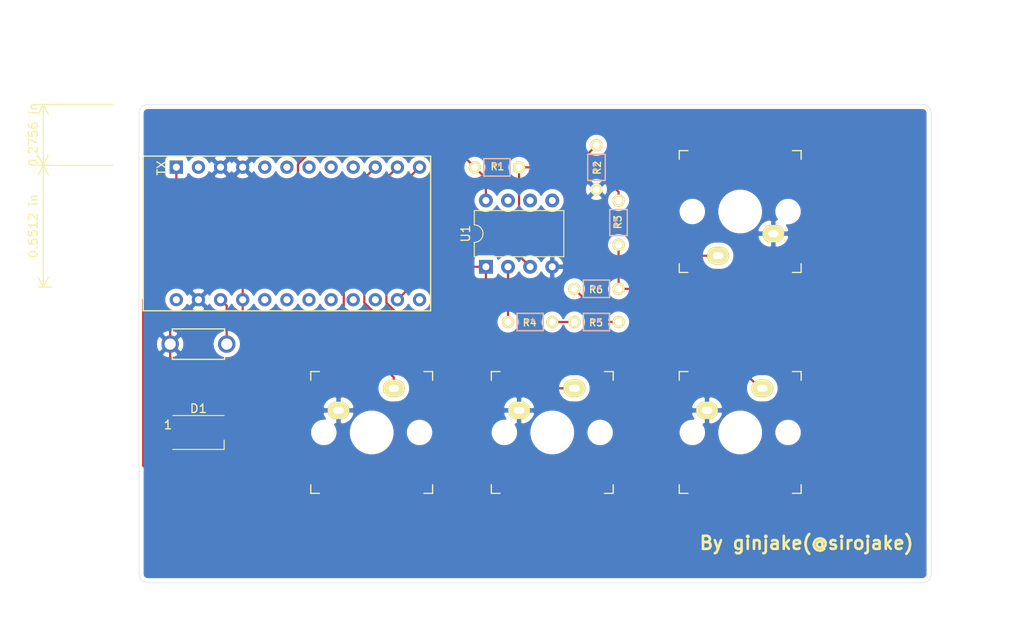
<source format=kicad_pcb>
(kicad_pcb (version 20171130) (host pcbnew "(5.1.2)-1")

  (general
    (thickness 1.6)
    (drawings 15)
    (tracks 71)
    (zones 0)
    (modules 14)
    (nets 31)
  )

  (page A4)
  (layers
    (0 F.Cu signal)
    (31 B.Cu signal)
    (32 B.Adhes user)
    (33 F.Adhes user)
    (34 B.Paste user)
    (35 F.Paste user)
    (36 B.SilkS user)
    (37 F.SilkS user)
    (38 B.Mask user)
    (39 F.Mask user)
    (40 Dwgs.User user)
    (41 Cmts.User user)
    (42 Eco1.User user)
    (43 Eco2.User user)
    (44 Edge.Cuts user)
    (45 Margin user)
    (46 B.CrtYd user)
    (47 F.CrtYd user)
    (48 B.Fab user)
    (49 F.Fab user)
  )

  (setup
    (last_trace_width 0.25)
    (trace_clearance 0.2)
    (zone_clearance 0.508)
    (zone_45_only no)
    (trace_min 0.2)
    (via_size 0.8)
    (via_drill 0.4)
    (via_min_size 0.4)
    (via_min_drill 0.3)
    (uvia_size 0.3)
    (uvia_drill 0.1)
    (uvias_allowed no)
    (uvia_min_size 0.2)
    (uvia_min_drill 0.1)
    (edge_width 0.05)
    (segment_width 0.2)
    (pcb_text_width 0.3)
    (pcb_text_size 1.5 1.5)
    (mod_edge_width 0.12)
    (mod_text_size 1 1)
    (mod_text_width 0.15)
    (pad_size 1.524 1.524)
    (pad_drill 0.762)
    (pad_to_mask_clearance 0.051)
    (solder_mask_min_width 0.25)
    (aux_axis_origin 0 0)
    (visible_elements 7FFFFFFF)
    (pcbplotparams
      (layerselection 0x010fc_ffffffff)
      (usegerberextensions false)
      (usegerberattributes false)
      (usegerberadvancedattributes false)
      (creategerberjobfile false)
      (excludeedgelayer true)
      (linewidth 0.100000)
      (plotframeref false)
      (viasonmask false)
      (mode 1)
      (useauxorigin false)
      (hpglpennumber 1)
      (hpglpenspeed 20)
      (hpglpendiameter 15.000000)
      (psnegative false)
      (psa4output false)
      (plotreference true)
      (plotvalue true)
      (plotinvisibletext false)
      (padsonsilk false)
      (subtractmaskfromsilk false)
      (outputformat 1)
      (mirror false)
      (drillshape 1)
      (scaleselection 1)
      (outputdirectory ""))
  )

  (net 0 "")
  (net 1 "Net-(D1-Pad1)")
  (net 2 GND)
  (net 3 VCC)
  (net 4 "Net-(D1-Pad3)")
  (net 5 "Net-(R1-Pad2)")
  (net 6 "Net-(R3-Pad1)")
  (net 7 "Net-(R4-Pad2)")
  (net 8 "Net-(R4-Pad1)")
  (net 9 "Net-(R5-Pad1)")
  (net 10 "Net-(SW2-Pad1)")
  (net 11 "Net-(SW3-Pad2)")
  (net 12 "Net-(SW4-Pad2)")
  (net 13 "Net-(SW5-Pad2)")
  (net 14 "Net-(U1-Pad7)")
  (net 15 "Net-(U1-Pad6)")
  (net 16 "Net-(U1-Pad5)")
  (net 17 "Net-(U2-Pad13)")
  (net 18 "Net-(U2-Pad15)")
  (net 19 "Net-(U2-Pad16)")
  (net 20 "Net-(U2-Pad17)")
  (net 21 "Net-(U2-Pad18)")
  (net 22 "Net-(U2-Pad19)")
  (net 23 "Net-(U2-Pad20)")
  (net 24 "Net-(U2-Pad24)")
  (net 25 "Net-(U2-Pad9)")
  (net 26 "Net-(U2-Pad8)")
  (net 27 "Net-(U2-Pad7)")
  (net 28 "Net-(U2-Pad6)")
  (net 29 "Net-(U2-Pad5)")
  (net 30 "Net-(U2-Pad2)")

  (net_class Default "これはデフォルトのネット クラスです。"
    (clearance 0.2)
    (trace_width 0.25)
    (via_dia 0.8)
    (via_drill 0.4)
    (uvia_dia 0.3)
    (uvia_drill 0.1)
    (add_net GND)
    (add_net "Net-(D1-Pad1)")
    (add_net "Net-(D1-Pad3)")
    (add_net "Net-(R1-Pad2)")
    (add_net "Net-(R3-Pad1)")
    (add_net "Net-(R4-Pad1)")
    (add_net "Net-(R4-Pad2)")
    (add_net "Net-(R5-Pad1)")
    (add_net "Net-(SW2-Pad1)")
    (add_net "Net-(SW3-Pad2)")
    (add_net "Net-(SW4-Pad2)")
    (add_net "Net-(SW5-Pad2)")
    (add_net "Net-(U1-Pad5)")
    (add_net "Net-(U1-Pad6)")
    (add_net "Net-(U1-Pad7)")
    (add_net "Net-(U2-Pad13)")
    (add_net "Net-(U2-Pad15)")
    (add_net "Net-(U2-Pad16)")
    (add_net "Net-(U2-Pad17)")
    (add_net "Net-(U2-Pad18)")
    (add_net "Net-(U2-Pad19)")
    (add_net "Net-(U2-Pad2)")
    (add_net "Net-(U2-Pad20)")
    (add_net "Net-(U2-Pad24)")
    (add_net "Net-(U2-Pad5)")
    (add_net "Net-(U2-Pad6)")
    (add_net "Net-(U2-Pad7)")
    (add_net "Net-(U2-Pad8)")
    (add_net "Net-(U2-Pad9)")
    (add_net VCC)
  )

  (module zk:ProMicro_Reversed_Conthrough-irreversible (layer F.Cu) (tedit 5C5E5454) (tstamp 5CD967F1)
    (at 30.48 149.84)
    (path /5CD6D1B0)
    (fp_text reference U2 (at 34.036 7.366 -90) (layer F.Fab)
      (effects (font (size 1 1) (thickness 0.15)))
    )
    (fp_text value ProMicro (at 17.78 0) (layer F.SilkS) hide
      (effects (font (size 1.27 1.524) (thickness 0.2032)))
    )
    (fp_text user TX (at 2.1336 -7.5184 90 unlocked) (layer F.SilkS)
      (effects (font (size 1 1) (thickness 0.15)))
    )
    (fp_line (start 2.54 3.81) (end 2.54 -3.81) (layer Cmts.User) (width 0.15))
    (fp_line (start -1.27 3.81) (end 2.54 3.81) (layer Cmts.User) (width 0.15))
    (fp_line (start -1.27 -3.81) (end -1.27 3.81) (layer Cmts.User) (width 0.15))
    (fp_line (start 2.54 -3.81) (end -1.27 -3.81) (layer Cmts.User) (width 0.15))
    (fp_line (start 33.02 -8.89) (end 0 -8.89) (layer F.SilkS) (width 0.15))
    (fp_line (start 33.02 8.89) (end 33.02 -8.89) (layer F.SilkS) (width 0.15))
    (fp_line (start 0 8.89) (end 33.02 8.89) (layer F.SilkS) (width 0.15))
    (fp_line (start 0 -8.89) (end 0 8.89) (layer F.SilkS) (width 0.15))
    (pad 13 thru_hole circle (at 31.75 7.62) (size 1.524 1.524) (drill 0.8128) (layers *.Cu *.Mask)
      (net 17 "Net-(U2-Pad13)"))
    (pad 14 thru_hole circle (at 29.21 7.62) (size 1.524 1.524) (drill 0.8128) (layers *.Cu *.Mask)
      (net 6 "Net-(R3-Pad1)"))
    (pad 15 thru_hole circle (at 26.67 7.62) (size 1.524 1.524) (drill 0.8128) (layers *.Cu *.Mask)
      (net 18 "Net-(U2-Pad15)"))
    (pad 16 thru_hole circle (at 24.13 7.62) (size 1.524 1.524) (drill 0.8128) (layers *.Cu *.Mask)
      (net 19 "Net-(U2-Pad16)"))
    (pad 17 thru_hole circle (at 21.59 7.62) (size 1.524 1.524) (drill 0.8128) (layers *.Cu *.Mask)
      (net 20 "Net-(U2-Pad17)"))
    (pad 18 thru_hole circle (at 19.05 7.62) (size 1.524 1.524) (drill 0.8128) (layers *.Cu *.Mask)
      (net 21 "Net-(U2-Pad18)"))
    (pad 19 thru_hole circle (at 16.51 7.62) (size 1.524 1.524) (drill 0.8128) (layers *.Cu *.Mask)
      (net 22 "Net-(U2-Pad19)"))
    (pad 20 thru_hole circle (at 13.97 7.62) (size 1.524 1.524) (drill 0.8128) (layers *.Cu *.Mask)
      (net 23 "Net-(U2-Pad20)"))
    (pad 21 thru_hole circle (at 11.43 7.62) (size 1.524 1.524) (drill 0.8128) (layers *.Cu *.Mask)
      (net 3 VCC))
    (pad 22 thru_hole circle (at 8.89 7.62) (size 1.524 1.524) (drill 0.8128) (layers *.Cu *.Mask)
      (net 10 "Net-(SW2-Pad1)"))
    (pad 23 thru_hole circle (at 6.35 7.62) (size 1.524 1.524) (drill 0.8128) (layers *.Cu *.Mask)
      (net 2 GND))
    (pad 24 thru_hole circle (at 3.81 7.62) (size 1.524 1.524) (drill 0.8128) (layers *.Cu *.Mask)
      (net 24 "Net-(U2-Pad24)"))
    (pad 12 thru_hole circle (at 31.75 -7.62) (size 1.524 1.524) (drill 0.8128) (layers *.Cu *.Mask)
      (net 11 "Net-(SW3-Pad2)"))
    (pad 11 thru_hole circle (at 29.21 -7.62) (size 1.524 1.524) (drill 0.8128) (layers *.Cu *.Mask)
      (net 12 "Net-(SW4-Pad2)"))
    (pad 10 thru_hole circle (at 26.67 -7.62) (size 1.524 1.524) (drill 0.8128) (layers *.Cu *.Mask)
      (net 13 "Net-(SW5-Pad2)"))
    (pad 9 thru_hole circle (at 24.13 -7.62) (size 1.524 1.524) (drill 0.8128) (layers *.Cu *.Mask)
      (net 25 "Net-(U2-Pad9)"))
    (pad 8 thru_hole circle (at 21.59 -7.62) (size 1.524 1.524) (drill 0.8128) (layers *.Cu *.Mask)
      (net 26 "Net-(U2-Pad8)"))
    (pad 7 thru_hole circle (at 19.05 -7.62) (size 1.524 1.524) (drill 0.8128) (layers *.Cu *.Mask)
      (net 27 "Net-(U2-Pad7)"))
    (pad 6 thru_hole circle (at 16.51 -7.62) (size 1.524 1.524) (drill 0.8128) (layers *.Cu *.Mask)
      (net 28 "Net-(U2-Pad6)"))
    (pad 5 thru_hole circle (at 13.97 -7.62) (size 1.524 1.524) (drill 0.8128) (layers *.Cu *.Mask)
      (net 29 "Net-(U2-Pad5)"))
    (pad 4 thru_hole circle (at 11.43 -7.62) (size 1.524 1.524) (drill 0.8128) (layers *.Cu *.Mask)
      (net 2 GND))
    (pad 3 thru_hole circle (at 8.89 -7.62) (size 1.524 1.524) (drill 0.8128) (layers *.Cu *.Mask)
      (net 2 GND))
    (pad 2 thru_hole circle (at 6.35 -7.62) (size 1.524 1.524) (drill 0.8128) (layers *.Cu *.Mask)
      (net 30 "Net-(U2-Pad2)"))
    (pad 1 thru_hole rect (at 3.81 -7.62) (size 1.524 1.524) (drill 0.8128) (layers *.Cu *.Mask)
      (net 4 "Net-(D1-Pad3)"))
    (model ${KISYS3DMOD}/phi-kbd.3dshapes/ProMicro_Reversed.step
      (at (xyz 0 0 0))
      (scale (xyz 1 1 1))
      (rotate (xyz 0 0 0))
    )
  )

  (module foostan:CherryMX_1u (layer F.Cu) (tedit 5CB5FC92) (tstamp 5CD96765)
    (at 99.06 147.32 180)
    (path /5CD98D73)
    (fp_text reference SW1 (at 0 4.15) (layer Dwgs.User) hide
      (effects (font (size 1 1) (thickness 0.15)))
    )
    (fp_text value SW_Push (at -0.05 5.7) (layer Dwgs.User) hide
      (effects (font (size 1 1) (thickness 0.15)))
    )
    (fp_line (start -6 7) (end -7 7) (layer F.SilkS) (width 0.15))
    (fp_line (start -7 6) (end -7 7) (layer F.SilkS) (width 0.15))
    (fp_line (start 7 -7) (end 6 -7) (layer F.SilkS) (width 0.15))
    (fp_line (start 7 -6) (end 7 -7) (layer F.SilkS) (width 0.15))
    (fp_line (start 7 7) (end 7 6) (layer F.SilkS) (width 0.15))
    (fp_line (start 6 7) (end 7 7) (layer F.SilkS) (width 0.15))
    (fp_line (start -7 -7) (end -6 -7) (layer F.SilkS) (width 0.15))
    (fp_line (start -7 -6) (end -7 -7) (layer F.SilkS) (width 0.15))
    (fp_line (start -9.525 9.525) (end -9.525 -9.525) (layer Dwgs.User) (width 0.15))
    (fp_line (start 9.525 9.525) (end -9.525 9.525) (layer Dwgs.User) (width 0.15))
    (fp_line (start 9.525 -9.525) (end 9.525 9.525) (layer Dwgs.User) (width 0.15))
    (fp_line (start -9.525 -9.525) (end 9.525 -9.525) (layer Dwgs.User) (width 0.15))
    (pad 1 thru_hole oval (at -3.81 -2.54 180) (size 2.5 2) (drill oval 1.2 0.8) (layers *.Cu F.SilkS B.Mask)
      (net 2 GND))
    (pad 2 thru_hole oval (at 2.54 -5.08 180) (size 2.5 2) (drill oval 1.2 0.8) (layers *.Cu F.SilkS B.Mask)
      (net 7 "Net-(R4-Pad2)"))
    (pad "" np_thru_hole circle (at 5.5 0 270) (size 1.9 1.9) (drill 1.9) (layers *.Cu *.Mask))
    (pad "" np_thru_hole circle (at -5.5 0 270) (size 1.9 1.9) (drill 1.9) (layers *.Cu *.Mask))
    (pad "" np_thru_hole circle (at 0 0 270) (size 4 4) (drill 4) (layers *.Cu *.Mask))
  )

  (module Package_DIP:DIP-8_W7.62mm (layer F.Cu) (tedit 5A02E8C5) (tstamp 5CD967CC)
    (at 69.85 153.67 90)
    (descr "8-lead though-hole mounted DIP package, row spacing 7.62 mm (300 mils)")
    (tags "THT DIP DIL PDIP 2.54mm 7.62mm 300mil")
    (path /5CD9298F)
    (fp_text reference U1 (at 3.81 -2.33 90) (layer F.SilkS)
      (effects (font (size 1 1) (thickness 0.15)))
    )
    (fp_text value LM358N_NOPB (at 3.81 9.95 90) (layer F.Fab)
      (effects (font (size 1 1) (thickness 0.15)))
    )
    (fp_text user %R (at 3.81 3.81 90) (layer F.Fab)
      (effects (font (size 1 1) (thickness 0.15)))
    )
    (fp_line (start 8.7 -1.55) (end -1.1 -1.55) (layer F.CrtYd) (width 0.05))
    (fp_line (start 8.7 9.15) (end 8.7 -1.55) (layer F.CrtYd) (width 0.05))
    (fp_line (start -1.1 9.15) (end 8.7 9.15) (layer F.CrtYd) (width 0.05))
    (fp_line (start -1.1 -1.55) (end -1.1 9.15) (layer F.CrtYd) (width 0.05))
    (fp_line (start 6.46 -1.33) (end 4.81 -1.33) (layer F.SilkS) (width 0.12))
    (fp_line (start 6.46 8.95) (end 6.46 -1.33) (layer F.SilkS) (width 0.12))
    (fp_line (start 1.16 8.95) (end 6.46 8.95) (layer F.SilkS) (width 0.12))
    (fp_line (start 1.16 -1.33) (end 1.16 8.95) (layer F.SilkS) (width 0.12))
    (fp_line (start 2.81 -1.33) (end 1.16 -1.33) (layer F.SilkS) (width 0.12))
    (fp_line (start 0.635 -0.27) (end 1.635 -1.27) (layer F.Fab) (width 0.1))
    (fp_line (start 0.635 8.89) (end 0.635 -0.27) (layer F.Fab) (width 0.1))
    (fp_line (start 6.985 8.89) (end 0.635 8.89) (layer F.Fab) (width 0.1))
    (fp_line (start 6.985 -1.27) (end 6.985 8.89) (layer F.Fab) (width 0.1))
    (fp_line (start 1.635 -1.27) (end 6.985 -1.27) (layer F.Fab) (width 0.1))
    (fp_arc (start 3.81 -1.33) (end 2.81 -1.33) (angle -180) (layer F.SilkS) (width 0.12))
    (pad 8 thru_hole oval (at 7.62 0 90) (size 1.6 1.6) (drill 0.8) (layers *.Cu *.Mask)
      (net 3 VCC))
    (pad 4 thru_hole oval (at 0 7.62 90) (size 1.6 1.6) (drill 0.8) (layers *.Cu *.Mask)
      (net 2 GND))
    (pad 7 thru_hole oval (at 7.62 2.54 90) (size 1.6 1.6) (drill 0.8) (layers *.Cu *.Mask)
      (net 14 "Net-(U1-Pad7)"))
    (pad 3 thru_hole oval (at 0 5.08 90) (size 1.6 1.6) (drill 0.8) (layers *.Cu *.Mask)
      (net 5 "Net-(R1-Pad2)"))
    (pad 6 thru_hole oval (at 7.62 5.08 90) (size 1.6 1.6) (drill 0.8) (layers *.Cu *.Mask)
      (net 15 "Net-(U1-Pad6)"))
    (pad 2 thru_hole oval (at 0 2.54 90) (size 1.6 1.6) (drill 0.8) (layers *.Cu *.Mask)
      (net 7 "Net-(R4-Pad2)"))
    (pad 5 thru_hole oval (at 7.62 7.62 90) (size 1.6 1.6) (drill 0.8) (layers *.Cu *.Mask)
      (net 16 "Net-(U1-Pad5)"))
    (pad 1 thru_hole rect (at 0 0 90) (size 1.6 1.6) (drill 0.8) (layers *.Cu *.Mask)
      (net 6 "Net-(R3-Pad1)"))
    (model ${KISYS3DMOD}/Package_DIP.3dshapes/DIP-8_W7.62mm.wrl
      (at (xyz 0 0 0))
      (scale (xyz 1 1 1))
      (rotate (xyz 0 0 0))
    )
  )

  (module foostan:CherryMX_1u (layer F.Cu) (tedit 5CB5FC92) (tstamp 5CD967B0)
    (at 56.73 172.72)
    (path /5CDC3552)
    (fp_text reference SW5 (at 0 4.15) (layer Dwgs.User) hide
      (effects (font (size 1 1) (thickness 0.15)))
    )
    (fp_text value SW_PUSH (at -0.05 5.7) (layer Dwgs.User) hide
      (effects (font (size 1 1) (thickness 0.15)))
    )
    (fp_line (start -6 7) (end -7 7) (layer F.SilkS) (width 0.15))
    (fp_line (start -7 6) (end -7 7) (layer F.SilkS) (width 0.15))
    (fp_line (start 7 -7) (end 6 -7) (layer F.SilkS) (width 0.15))
    (fp_line (start 7 -6) (end 7 -7) (layer F.SilkS) (width 0.15))
    (fp_line (start 7 7) (end 7 6) (layer F.SilkS) (width 0.15))
    (fp_line (start 6 7) (end 7 7) (layer F.SilkS) (width 0.15))
    (fp_line (start -7 -7) (end -6 -7) (layer F.SilkS) (width 0.15))
    (fp_line (start -7 -6) (end -7 -7) (layer F.SilkS) (width 0.15))
    (fp_line (start -9.525 9.525) (end -9.525 -9.525) (layer Dwgs.User) (width 0.15))
    (fp_line (start 9.525 9.525) (end -9.525 9.525) (layer Dwgs.User) (width 0.15))
    (fp_line (start 9.525 -9.525) (end 9.525 9.525) (layer Dwgs.User) (width 0.15))
    (fp_line (start -9.525 -9.525) (end 9.525 -9.525) (layer Dwgs.User) (width 0.15))
    (pad 1 thru_hole oval (at -3.81 -2.54) (size 2.5 2) (drill oval 1.2 0.8) (layers *.Cu F.SilkS B.Mask)
      (net 2 GND))
    (pad 2 thru_hole oval (at 2.54 -5.08) (size 2.5 2) (drill oval 1.2 0.8) (layers *.Cu F.SilkS B.Mask)
      (net 13 "Net-(SW5-Pad2)"))
    (pad "" np_thru_hole circle (at 5.5 0 90) (size 1.9 1.9) (drill 1.9) (layers *.Cu *.Mask))
    (pad "" np_thru_hole circle (at -5.5 0 90) (size 1.9 1.9) (drill 1.9) (layers *.Cu *.Mask))
    (pad "" np_thru_hole circle (at 0 0 90) (size 4 4) (drill 4) (layers *.Cu *.Mask))
  )

  (module foostan:CherryMX_1u (layer F.Cu) (tedit 5CB5FC92) (tstamp 5CD9679B)
    (at 77.47 172.72)
    (path /5CDC2B5A)
    (fp_text reference SW4 (at 0 4.15) (layer Dwgs.User) hide
      (effects (font (size 1 1) (thickness 0.15)))
    )
    (fp_text value SW_PUSH (at -0.05 5.7) (layer Dwgs.User) hide
      (effects (font (size 1 1) (thickness 0.15)))
    )
    (fp_line (start -6 7) (end -7 7) (layer F.SilkS) (width 0.15))
    (fp_line (start -7 6) (end -7 7) (layer F.SilkS) (width 0.15))
    (fp_line (start 7 -7) (end 6 -7) (layer F.SilkS) (width 0.15))
    (fp_line (start 7 -6) (end 7 -7) (layer F.SilkS) (width 0.15))
    (fp_line (start 7 7) (end 7 6) (layer F.SilkS) (width 0.15))
    (fp_line (start 6 7) (end 7 7) (layer F.SilkS) (width 0.15))
    (fp_line (start -7 -7) (end -6 -7) (layer F.SilkS) (width 0.15))
    (fp_line (start -7 -6) (end -7 -7) (layer F.SilkS) (width 0.15))
    (fp_line (start -9.525 9.525) (end -9.525 -9.525) (layer Dwgs.User) (width 0.15))
    (fp_line (start 9.525 9.525) (end -9.525 9.525) (layer Dwgs.User) (width 0.15))
    (fp_line (start 9.525 -9.525) (end 9.525 9.525) (layer Dwgs.User) (width 0.15))
    (fp_line (start -9.525 -9.525) (end 9.525 -9.525) (layer Dwgs.User) (width 0.15))
    (pad 1 thru_hole oval (at -3.81 -2.54) (size 2.5 2) (drill oval 1.2 0.8) (layers *.Cu F.SilkS B.Mask)
      (net 2 GND))
    (pad 2 thru_hole oval (at 2.54 -5.08) (size 2.5 2) (drill oval 1.2 0.8) (layers *.Cu F.SilkS B.Mask)
      (net 12 "Net-(SW4-Pad2)"))
    (pad "" np_thru_hole circle (at 5.5 0 90) (size 1.9 1.9) (drill 1.9) (layers *.Cu *.Mask))
    (pad "" np_thru_hole circle (at -5.5 0 90) (size 1.9 1.9) (drill 1.9) (layers *.Cu *.Mask))
    (pad "" np_thru_hole circle (at 0 0 90) (size 4 4) (drill 4) (layers *.Cu *.Mask))
  )

  (module foostan:CherryMX_1u (layer F.Cu) (tedit 5CB5FC92) (tstamp 5CD96786)
    (at 99.06 172.72)
    (path /5CDC1C8F)
    (fp_text reference SW3 (at 0 4.15) (layer Dwgs.User) hide
      (effects (font (size 1 1) (thickness 0.15)))
    )
    (fp_text value SW_PUSH (at -0.05 5.7) (layer Dwgs.User) hide
      (effects (font (size 1 1) (thickness 0.15)))
    )
    (fp_line (start -6 7) (end -7 7) (layer F.SilkS) (width 0.15))
    (fp_line (start -7 6) (end -7 7) (layer F.SilkS) (width 0.15))
    (fp_line (start 7 -7) (end 6 -7) (layer F.SilkS) (width 0.15))
    (fp_line (start 7 -6) (end 7 -7) (layer F.SilkS) (width 0.15))
    (fp_line (start 7 7) (end 7 6) (layer F.SilkS) (width 0.15))
    (fp_line (start 6 7) (end 7 7) (layer F.SilkS) (width 0.15))
    (fp_line (start -7 -7) (end -6 -7) (layer F.SilkS) (width 0.15))
    (fp_line (start -7 -6) (end -7 -7) (layer F.SilkS) (width 0.15))
    (fp_line (start -9.525 9.525) (end -9.525 -9.525) (layer Dwgs.User) (width 0.15))
    (fp_line (start 9.525 9.525) (end -9.525 9.525) (layer Dwgs.User) (width 0.15))
    (fp_line (start 9.525 -9.525) (end 9.525 9.525) (layer Dwgs.User) (width 0.15))
    (fp_line (start -9.525 -9.525) (end 9.525 -9.525) (layer Dwgs.User) (width 0.15))
    (pad 1 thru_hole oval (at -3.81 -2.54) (size 2.5 2) (drill oval 1.2 0.8) (layers *.Cu F.SilkS B.Mask)
      (net 2 GND))
    (pad 2 thru_hole oval (at 2.54 -5.08) (size 2.5 2) (drill oval 1.2 0.8) (layers *.Cu F.SilkS B.Mask)
      (net 11 "Net-(SW3-Pad2)"))
    (pad "" np_thru_hole circle (at 5.5 0 90) (size 1.9 1.9) (drill 1.9) (layers *.Cu *.Mask))
    (pad "" np_thru_hole circle (at -5.5 0 90) (size 1.9 1.9) (drill 1.9) (layers *.Cu *.Mask))
    (pad "" np_thru_hole circle (at 0 0 90) (size 4 4) (drill 4) (layers *.Cu *.Mask))
  )

  (module zk:ResetSW-irreversible (layer F.Cu) (tedit 5C4DA252) (tstamp 5CD96771)
    (at 36.83 162.56 180)
    (path /5CDA1A29)
    (fp_text reference SW2 (at 0 2.55) (layer F.SilkS) hide
      (effects (font (size 1 1) (thickness 0.15)))
    )
    (fp_text value SW_Push (at 0 -2.55) (layer F.Fab)
      (effects (font (size 1 1) (thickness 0.15)))
    )
    (fp_line (start 3 1.5) (end 3 1.75) (layer F.SilkS) (width 0.15))
    (fp_line (start 3 1.75) (end -3 1.75) (layer F.SilkS) (width 0.15))
    (fp_line (start -3 1.75) (end -3 1.5) (layer F.SilkS) (width 0.15))
    (fp_line (start -3 -1.5) (end -3 -1.75) (layer F.SilkS) (width 0.15))
    (fp_line (start -3 -1.75) (end 3 -1.75) (layer F.SilkS) (width 0.15))
    (fp_line (start 3 -1.75) (end 3 -1.5) (layer F.SilkS) (width 0.15))
    (pad 2 thru_hole circle (at 3.25 0 180) (size 2 2) (drill 1.3) (layers *.Cu *.Mask)
      (net 2 GND))
    (pad 1 thru_hole circle (at -3.25 0 180) (size 2 2) (drill 1.3) (layers *.Cu *.Mask)
      (net 10 "Net-(SW2-Pad1)"))
    (model ${KISYS3DMOD}/phi-kbd.3dshapes/TVBP06-BN043CW-B.wrl
      (offset (xyz -2.8 -1.7 0))
      (scale (xyz 0.36 0.36 0.36))
      (rotate (xyz 0 0 0))
    )
  )

  (module foostan:R (layer F.Cu) (tedit 5AA6C8B2) (tstamp 5CD96750)
    (at 82.55 156.21 180)
    (descr "Resitance 3 pas")
    (tags R)
    (path /5CD932D8)
    (autoplace_cost180 10)
    (fp_text reference R6 (at 0.05 -0.08) (layer F.SilkS)
      (effects (font (size 0.8128 0.8128) (thickness 0.15)))
    )
    (fp_text value 0Ω (at 0 -1.6) (layer F.SilkS) hide
      (effects (font (size 0.5 0.5) (thickness 0.125)))
    )
    (fp_line (start 1.50114 -1.00076) (end -1.50114 -1.00076) (layer F.SilkS) (width 0.15))
    (fp_line (start 1.50114 1.00076) (end 1.50114 -1.00076) (layer F.SilkS) (width 0.15))
    (fp_line (start -1.50114 1.00076) (end 1.50114 1.00076) (layer F.SilkS) (width 0.15))
    (fp_line (start -1.50114 -1.00076) (end -1.50114 1.00076) (layer F.SilkS) (width 0.15))
    (fp_line (start -1.5 1) (end -1.5 -1) (layer B.SilkS) (width 0.15))
    (fp_line (start 1.5 1) (end -1.5 1) (layer B.SilkS) (width 0.15))
    (fp_line (start 1.5 -1) (end 1.5 1) (layer B.SilkS) (width 0.15))
    (fp_line (start -1.5 -1) (end 1.5 -1) (layer B.SilkS) (width 0.15))
    (fp_text user ** (at 0 -0.0635) (layer B.SilkS)
      (effects (font (size 0.8128 0.8128) (thickness 0.15)) (justify mirror))
    )
    (pad 2 thru_hole circle (at 2.54 0 180) (size 1.397 1.397) (drill 0.8128) (layers *.Cu *.Mask F.SilkS)
      (net 9 "Net-(R5-Pad1)"))
    (pad 1 thru_hole circle (at -2.54 0 180) (size 1.397 1.397) (drill 0.8128) (layers *.Cu *.Mask F.SilkS)
      (net 6 "Net-(R3-Pad1)"))
    (model discret/resistor.wrl
      (at (xyz 0 0 0))
      (scale (xyz 0.3 0.3 0.3))
      (rotate (xyz 0 0 0))
    )
    (model Resistors_ThroughHole.3dshapes/Resistor_Horizontal_RM10mm.wrl
      (at (xyz 0 0 0))
      (scale (xyz 0.2 0.2 0.2))
      (rotate (xyz 0 0 0))
    )
  )

  (module foostan:R (layer F.Cu) (tedit 5AA6C8B2) (tstamp 5CD96741)
    (at 82.55 160.02 180)
    (descr "Resitance 3 pas")
    (tags R)
    (path /5CD92E17)
    (autoplace_cost180 10)
    (fp_text reference R5 (at 0.05 -0.08) (layer F.SilkS)
      (effects (font (size 0.8128 0.8128) (thickness 0.15)))
    )
    (fp_text value 2.2MΩ (at 0 -1.6) (layer F.SilkS) hide
      (effects (font (size 0.5 0.5) (thickness 0.125)))
    )
    (fp_line (start 1.50114 -1.00076) (end -1.50114 -1.00076) (layer F.SilkS) (width 0.15))
    (fp_line (start 1.50114 1.00076) (end 1.50114 -1.00076) (layer F.SilkS) (width 0.15))
    (fp_line (start -1.50114 1.00076) (end 1.50114 1.00076) (layer F.SilkS) (width 0.15))
    (fp_line (start -1.50114 -1.00076) (end -1.50114 1.00076) (layer F.SilkS) (width 0.15))
    (fp_line (start -1.5 1) (end -1.5 -1) (layer B.SilkS) (width 0.15))
    (fp_line (start 1.5 1) (end -1.5 1) (layer B.SilkS) (width 0.15))
    (fp_line (start 1.5 -1) (end 1.5 1) (layer B.SilkS) (width 0.15))
    (fp_line (start -1.5 -1) (end 1.5 -1) (layer B.SilkS) (width 0.15))
    (fp_text user ** (at 0 -0.0635) (layer B.SilkS)
      (effects (font (size 0.8128 0.8128) (thickness 0.15)) (justify mirror))
    )
    (pad 2 thru_hole circle (at 2.54 0 180) (size 1.397 1.397) (drill 0.8128) (layers *.Cu *.Mask F.SilkS)
      (net 8 "Net-(R4-Pad1)"))
    (pad 1 thru_hole circle (at -2.54 0 180) (size 1.397 1.397) (drill 0.8128) (layers *.Cu *.Mask F.SilkS)
      (net 9 "Net-(R5-Pad1)"))
    (model discret/resistor.wrl
      (at (xyz 0 0 0))
      (scale (xyz 0.3 0.3 0.3))
      (rotate (xyz 0 0 0))
    )
    (model Resistors_ThroughHole.3dshapes/Resistor_Horizontal_RM10mm.wrl
      (at (xyz 0 0 0))
      (scale (xyz 0.2 0.2 0.2))
      (rotate (xyz 0 0 0))
    )
  )

  (module foostan:R (layer F.Cu) (tedit 5AA6C8B2) (tstamp 5CD96732)
    (at 74.93 160.02 180)
    (descr "Resitance 3 pas")
    (tags R)
    (path /5CD922AD)
    (autoplace_cost180 10)
    (fp_text reference R4 (at 0.05 -0.08) (layer F.SilkS)
      (effects (font (size 0.8128 0.8128) (thickness 0.15)))
    )
    (fp_text value 2.2MΩ (at 0 -1.6) (layer F.SilkS) hide
      (effects (font (size 0.5 0.5) (thickness 0.125)))
    )
    (fp_text user ** (at 0 -0.0635) (layer B.SilkS)
      (effects (font (size 0.8128 0.8128) (thickness 0.15)) (justify mirror))
    )
    (fp_line (start -1.5 -1) (end 1.5 -1) (layer B.SilkS) (width 0.15))
    (fp_line (start 1.5 -1) (end 1.5 1) (layer B.SilkS) (width 0.15))
    (fp_line (start 1.5 1) (end -1.5 1) (layer B.SilkS) (width 0.15))
    (fp_line (start -1.5 1) (end -1.5 -1) (layer B.SilkS) (width 0.15))
    (fp_line (start -1.50114 -1.00076) (end -1.50114 1.00076) (layer F.SilkS) (width 0.15))
    (fp_line (start -1.50114 1.00076) (end 1.50114 1.00076) (layer F.SilkS) (width 0.15))
    (fp_line (start 1.50114 1.00076) (end 1.50114 -1.00076) (layer F.SilkS) (width 0.15))
    (fp_line (start 1.50114 -1.00076) (end -1.50114 -1.00076) (layer F.SilkS) (width 0.15))
    (pad 1 thru_hole circle (at -2.54 0 180) (size 1.397 1.397) (drill 0.8128) (layers *.Cu *.Mask F.SilkS)
      (net 8 "Net-(R4-Pad1)"))
    (pad 2 thru_hole circle (at 2.54 0 180) (size 1.397 1.397) (drill 0.8128) (layers *.Cu *.Mask F.SilkS)
      (net 7 "Net-(R4-Pad2)"))
    (model discret/resistor.wrl
      (at (xyz 0 0 0))
      (scale (xyz 0.3 0.3 0.3))
      (rotate (xyz 0 0 0))
    )
    (model Resistors_ThroughHole.3dshapes/Resistor_Horizontal_RM10mm.wrl
      (at (xyz 0 0 0))
      (scale (xyz 0.2 0.2 0.2))
      (rotate (xyz 0 0 0))
    )
  )

  (module foostan:R (layer F.Cu) (tedit 5AA6C8B2) (tstamp 5CD96723)
    (at 85.09 148.59 90)
    (descr "Resitance 3 pas")
    (tags R)
    (path /5CD95DB9)
    (autoplace_cost180 10)
    (fp_text reference R3 (at 0.05 -0.08 90) (layer F.SilkS)
      (effects (font (size 0.8128 0.8128) (thickness 0.15)))
    )
    (fp_text value 2.2k (at 0 -1.6 90) (layer F.SilkS) hide
      (effects (font (size 0.5 0.5) (thickness 0.125)))
    )
    (fp_line (start 1.50114 -1.00076) (end -1.50114 -1.00076) (layer F.SilkS) (width 0.15))
    (fp_line (start 1.50114 1.00076) (end 1.50114 -1.00076) (layer F.SilkS) (width 0.15))
    (fp_line (start -1.50114 1.00076) (end 1.50114 1.00076) (layer F.SilkS) (width 0.15))
    (fp_line (start -1.50114 -1.00076) (end -1.50114 1.00076) (layer F.SilkS) (width 0.15))
    (fp_line (start -1.5 1) (end -1.5 -1) (layer B.SilkS) (width 0.15))
    (fp_line (start 1.5 1) (end -1.5 1) (layer B.SilkS) (width 0.15))
    (fp_line (start 1.5 -1) (end 1.5 1) (layer B.SilkS) (width 0.15))
    (fp_line (start -1.5 -1) (end 1.5 -1) (layer B.SilkS) (width 0.15))
    (fp_text user ** (at 0 -0.0635 90) (layer B.SilkS)
      (effects (font (size 0.8128 0.8128) (thickness 0.15)) (justify mirror))
    )
    (pad 2 thru_hole circle (at 2.54 0 90) (size 1.397 1.397) (drill 0.8128) (layers *.Cu *.Mask F.SilkS)
      (net 5 "Net-(R1-Pad2)"))
    (pad 1 thru_hole circle (at -2.54 0 90) (size 1.397 1.397) (drill 0.8128) (layers *.Cu *.Mask F.SilkS)
      (net 6 "Net-(R3-Pad1)"))
    (model discret/resistor.wrl
      (at (xyz 0 0 0))
      (scale (xyz 0.3 0.3 0.3))
      (rotate (xyz 0 0 0))
    )
    (model Resistors_ThroughHole.3dshapes/Resistor_Horizontal_RM10mm.wrl
      (at (xyz 0 0 0))
      (scale (xyz 0.2 0.2 0.2))
      (rotate (xyz 0 0 0))
    )
  )

  (module foostan:R (layer F.Cu) (tedit 5AA6C8B2) (tstamp 5CD96714)
    (at 82.55 142.24 270)
    (descr "Resitance 3 pas")
    (tags R)
    (path /5CD97B9A)
    (autoplace_cost180 10)
    (fp_text reference R2 (at 0.05 -0.08 90) (layer F.SilkS)
      (effects (font (size 0.8128 0.8128) (thickness 0.15)))
    )
    (fp_text value 2.2k (at 0 -1.6 90) (layer F.SilkS) hide
      (effects (font (size 0.5 0.5) (thickness 0.125)))
    )
    (fp_line (start 1.50114 -1.00076) (end -1.50114 -1.00076) (layer F.SilkS) (width 0.15))
    (fp_line (start 1.50114 1.00076) (end 1.50114 -1.00076) (layer F.SilkS) (width 0.15))
    (fp_line (start -1.50114 1.00076) (end 1.50114 1.00076) (layer F.SilkS) (width 0.15))
    (fp_line (start -1.50114 -1.00076) (end -1.50114 1.00076) (layer F.SilkS) (width 0.15))
    (fp_line (start -1.5 1) (end -1.5 -1) (layer B.SilkS) (width 0.15))
    (fp_line (start 1.5 1) (end -1.5 1) (layer B.SilkS) (width 0.15))
    (fp_line (start 1.5 -1) (end 1.5 1) (layer B.SilkS) (width 0.15))
    (fp_line (start -1.5 -1) (end 1.5 -1) (layer B.SilkS) (width 0.15))
    (fp_text user ** (at 0 -0.0635 90) (layer B.SilkS)
      (effects (font (size 0.8128 0.8128) (thickness 0.15)) (justify mirror))
    )
    (pad 2 thru_hole circle (at 2.54 0 270) (size 1.397 1.397) (drill 0.8128) (layers *.Cu *.Mask F.SilkS)
      (net 2 GND))
    (pad 1 thru_hole circle (at -2.54 0 270) (size 1.397 1.397) (drill 0.8128) (layers *.Cu *.Mask F.SilkS)
      (net 5 "Net-(R1-Pad2)"))
    (model discret/resistor.wrl
      (at (xyz 0 0 0))
      (scale (xyz 0.3 0.3 0.3))
      (rotate (xyz 0 0 0))
    )
    (model Resistors_ThroughHole.3dshapes/Resistor_Horizontal_RM10mm.wrl
      (at (xyz 0 0 0))
      (scale (xyz 0.2 0.2 0.2))
      (rotate (xyz 0 0 0))
    )
  )

  (module foostan:R (layer F.Cu) (tedit 5AA6C8B2) (tstamp 5CD96705)
    (at 71.12 142.24)
    (descr "Resitance 3 pas")
    (tags R)
    (path /5CD96DA4)
    (autoplace_cost180 10)
    (fp_text reference R1 (at 0.05 -0.08) (layer F.SilkS)
      (effects (font (size 0.8128 0.8128) (thickness 0.15)))
    )
    (fp_text value 2.2k (at 0 -1.6) (layer F.SilkS) hide
      (effects (font (size 0.5 0.5) (thickness 0.125)))
    )
    (fp_line (start 1.50114 -1.00076) (end -1.50114 -1.00076) (layer F.SilkS) (width 0.15))
    (fp_line (start 1.50114 1.00076) (end 1.50114 -1.00076) (layer F.SilkS) (width 0.15))
    (fp_line (start -1.50114 1.00076) (end 1.50114 1.00076) (layer F.SilkS) (width 0.15))
    (fp_line (start -1.50114 -1.00076) (end -1.50114 1.00076) (layer F.SilkS) (width 0.15))
    (fp_line (start -1.5 1) (end -1.5 -1) (layer B.SilkS) (width 0.15))
    (fp_line (start 1.5 1) (end -1.5 1) (layer B.SilkS) (width 0.15))
    (fp_line (start 1.5 -1) (end 1.5 1) (layer B.SilkS) (width 0.15))
    (fp_line (start -1.5 -1) (end 1.5 -1) (layer B.SilkS) (width 0.15))
    (fp_text user ** (at 0 -0.0635) (layer B.SilkS)
      (effects (font (size 0.8128 0.8128) (thickness 0.15)) (justify mirror))
    )
    (pad 2 thru_hole circle (at 2.54 0) (size 1.397 1.397) (drill 0.8128) (layers *.Cu *.Mask F.SilkS)
      (net 5 "Net-(R1-Pad2)"))
    (pad 1 thru_hole circle (at -2.54 0) (size 1.397 1.397) (drill 0.8128) (layers *.Cu *.Mask F.SilkS)
      (net 3 VCC))
    (model discret/resistor.wrl
      (at (xyz 0 0 0))
      (scale (xyz 0.3 0.3 0.3))
      (rotate (xyz 0 0 0))
    )
    (model Resistors_ThroughHole.3dshapes/Resistor_Horizontal_RM10mm.wrl
      (at (xyz 0 0 0))
      (scale (xyz 0.2 0.2 0.2))
      (rotate (xyz 0 0 0))
    )
  )

  (module LED_SMD:LED_SK6812MINI_PLCC4_3.5x3.5mm_P1.75mm (layer F.Cu) (tedit 5AA4B22F) (tstamp 5CD966F6)
    (at 36.83 172.72)
    (descr https://cdn-shop.adafruit.com/product-files/2686/SK6812MINI_REV.01-1-2.pdf)
    (tags "LED RGB NeoPixel Mini")
    (path /5CD73B7C)
    (attr smd)
    (fp_text reference D1 (at 0 -2.75) (layer F.SilkS)
      (effects (font (size 1 1) (thickness 0.15)))
    )
    (fp_text value SK6812MINI (at 0 3.25) (layer F.Fab)
      (effects (font (size 1 1) (thickness 0.15)))
    )
    (fp_text user 1 (at -3.5 -0.875) (layer F.SilkS)
      (effects (font (size 1 1) (thickness 0.15)))
    )
    (fp_text user %R (at 0 0) (layer F.Fab)
      (effects (font (size 0.5 0.5) (thickness 0.1)))
    )
    (fp_line (start 2.8 -2) (end -2.8 -2) (layer F.CrtYd) (width 0.05))
    (fp_line (start 2.8 2) (end 2.8 -2) (layer F.CrtYd) (width 0.05))
    (fp_line (start -2.8 2) (end 2.8 2) (layer F.CrtYd) (width 0.05))
    (fp_line (start -2.8 -2) (end -2.8 2) (layer F.CrtYd) (width 0.05))
    (fp_line (start 1.75 0.75) (end 0.75 1.75) (layer F.Fab) (width 0.1))
    (fp_line (start -1.75 -1.75) (end -1.75 1.75) (layer F.Fab) (width 0.1))
    (fp_line (start -1.75 1.75) (end 1.75 1.75) (layer F.Fab) (width 0.1))
    (fp_line (start 1.75 1.75) (end 1.75 -1.75) (layer F.Fab) (width 0.1))
    (fp_line (start 1.75 -1.75) (end -1.75 -1.75) (layer F.Fab) (width 0.1))
    (fp_line (start -2.95 -1.95) (end 2.95 -1.95) (layer F.SilkS) (width 0.12))
    (fp_line (start -2.95 1.95) (end 2.95 1.95) (layer F.SilkS) (width 0.12))
    (fp_line (start 2.95 1.95) (end 2.95 0.875) (layer F.SilkS) (width 0.12))
    (fp_circle (center 0 0) (end 0 -1.5) (layer F.Fab) (width 0.1))
    (pad 3 smd rect (at 1.75 0.875) (size 1.6 0.85) (layers F.Cu F.Paste F.Mask)
      (net 4 "Net-(D1-Pad3)"))
    (pad 4 smd rect (at 1.75 -0.875) (size 1.6 0.85) (layers F.Cu F.Paste F.Mask)
      (net 3 VCC))
    (pad 2 smd rect (at -1.75 0.875) (size 1.6 0.85) (layers F.Cu F.Paste F.Mask)
      (net 2 GND))
    (pad 1 smd rect (at -1.75 -0.875) (size 1.6 0.85) (layers F.Cu F.Paste F.Mask)
      (net 1 "Net-(D1-Pad1)"))
    (model ${KISYS3DMOD}/LED_SMD.3dshapes/LED_SK6812MINI_PLCC4_3.5x3.5mm_P1.75mm.wrl
      (at (xyz 0 0 0))
      (scale (xyz 1 1 1))
      (rotate (xyz 0 0 0))
    )
  )

  (dimension 14 (width 0.12) (layer F.SilkS)
    (gr_text "14.000 mm" (at 17.73 149 90) (layer F.SilkS)
      (effects (font (size 1 1) (thickness 0.15)))
    )
    (feature1 (pts (xy 20 142) (xy 18.413579 142)))
    (feature2 (pts (xy 20 156) (xy 18.413579 156)))
    (crossbar (pts (xy 19 156) (xy 19 142)))
    (arrow1a (pts (xy 19 142) (xy 19.586421 143.126504)))
    (arrow1b (pts (xy 19 142) (xy 18.413579 143.126504)))
    (arrow2a (pts (xy 19 156) (xy 19.586421 154.873496)))
    (arrow2b (pts (xy 19 156) (xy 18.413579 154.873496)))
  )
  (dimension 7 (width 0.12) (layer F.SilkS)
    (gr_text "7.000 mm" (at 17.73 138.5 270) (layer F.SilkS)
      (effects (font (size 1 1) (thickness 0.15)))
    )
    (feature1 (pts (xy 27 142) (xy 18.413579 142)))
    (feature2 (pts (xy 27 135) (xy 18.413579 135)))
    (crossbar (pts (xy 19 135) (xy 19 142)))
    (arrow1a (pts (xy 19 142) (xy 18.413579 140.873496)))
    (arrow1b (pts (xy 19 142) (xy 19.586421 140.873496)))
    (arrow2a (pts (xy 19 135) (xy 18.413579 136.126504)))
    (arrow2b (pts (xy 19 135) (xy 19.586421 136.126504)))
  )
  (gr_line (start 31 190) (end 120 190) (layer Edge.Cuts) (width 0.05) (tstamp 5CDA540A))
  (gr_arc (start 31 189) (end 30 189) (angle -90) (layer Edge.Cuts) (width 0.05))
  (gr_line (start 30 136) (end 30 189) (layer Edge.Cuts) (width 0.05))
  (dimension 55 (width 0.15) (layer Dwgs.User)
    (gr_text "55.000 mm" (at 23.7 162.5 270) (layer Dwgs.User)
      (effects (font (size 1 1) (thickness 0.15)))
    )
    (feature1 (pts (xy 30 190) (xy 24.413579 190)))
    (feature2 (pts (xy 30 135) (xy 24.413579 135)))
    (crossbar (pts (xy 25 135) (xy 25 190)))
    (arrow1a (pts (xy 25 190) (xy 24.413579 188.873496)))
    (arrow1b (pts (xy 25 190) (xy 25.586421 188.873496)))
    (arrow2a (pts (xy 25 135) (xy 24.413579 136.126504)))
    (arrow2b (pts (xy 25 135) (xy 25.586421 136.126504)))
  )
  (gr_arc (start 120 189) (end 120 190) (angle -90) (layer Edge.Cuts) (width 0.05))
  (gr_line (start 121 189) (end 121 136) (layer Edge.Cuts) (width 0.05) (tstamp 5CDA5396))
  (dimension 55 (width 0.15) (layer Dwgs.User)
    (gr_text "55.000 mm" (at 130.3 162.5 270) (layer Dwgs.User)
      (effects (font (size 1 1) (thickness 0.15)))
    )
    (feature1 (pts (xy 124 190) (xy 129.586421 190)))
    (feature2 (pts (xy 124 135) (xy 129.586421 135)))
    (crossbar (pts (xy 129 135) (xy 129 190)))
    (arrow1a (pts (xy 129 190) (xy 128.413579 188.873496)))
    (arrow1b (pts (xy 129 190) (xy 129.586421 188.873496)))
    (arrow2a (pts (xy 129 135) (xy 128.413579 136.126504)))
    (arrow2b (pts (xy 129 135) (xy 129.586421 136.126504)))
  )
  (gr_arc (start 31 136) (end 31 135) (angle -90) (layer Edge.Cuts) (width 0.05))
  (gr_arc (start 120 136) (end 121 136) (angle -90) (layer Edge.Cuts) (width 0.05))
  (dimension 91 (width 0.15) (layer Dwgs.User)
    (gr_text "91.000 mm" (at 75.5 123.7) (layer Dwgs.User)
      (effects (font (size 1 1) (thickness 0.15)))
    )
    (feature1 (pts (xy 121 133) (xy 121 124.413579)))
    (feature2 (pts (xy 30 133) (xy 30 124.413579)))
    (crossbar (pts (xy 30 125) (xy 121 125)))
    (arrow1a (pts (xy 121 125) (xy 119.873496 125.586421)))
    (arrow1b (pts (xy 121 125) (xy 119.873496 124.413579)))
    (arrow2a (pts (xy 30 125) (xy 31.126504 125.586421)))
    (arrow2b (pts (xy 30 125) (xy 31.126504 124.413579)))
  )
  (gr_text infinity_plus3 (at 73.66 185.42) (layer B.Mask)
    (effects (font (size 2 2) (thickness 0.3)))
  )
  (gr_text "By ginjake(@sirojake)" (at 106.68 185.42) (layer F.SilkS)
    (effects (font (size 1.5 1.5) (thickness 0.3)))
  )
  (gr_line (start 120 135) (end 31 135) (layer Edge.Cuts) (width 0.05))

  (segment (start 33.58 160.71) (end 36.83 157.46) (width 0.25) (layer F.Cu) (net 2))
  (segment (start 33.58 162.56) (end 33.58 160.71) (width 0.25) (layer F.Cu) (net 2))
  (segment (start 33.58 162.56) (end 33.58 164.54) (width 0.25) (layer F.Cu) (net 2))
  (segment (start 33.58 164.54) (end 31.75 166.37) (width 0.25) (layer F.Cu) (net 2))
  (segment (start 34.705 173.595) (end 35.08 173.595) (width 0.25) (layer F.Cu) (net 2))
  (segment (start 31.75 170.64) (end 34.705 173.595) (width 0.25) (layer F.Cu) (net 2))
  (segment (start 31.75 166.37) (end 31.75 170.64) (width 0.25) (layer F.Cu) (net 2))
  (segment (start 38.955 171.845) (end 38.58 171.845) (width 0.25) (layer F.Cu) (net 3))
  (segment (start 41.91 168.89) (end 38.955 171.845) (width 0.25) (layer F.Cu) (net 3))
  (segment (start 41.91 157.46) (end 41.91 168.89) (width 0.25) (layer F.Cu) (net 3))
  (segment (start 41.91 157.46) (end 41.91 152.4) (width 0.25) (layer F.Cu) (net 3))
  (segment (start 41.91 152.4) (end 48.26 146.05) (width 0.25) (layer F.Cu) (net 3))
  (segment (start 48.26 141.881238) (end 50.441238 139.7) (width 0.25) (layer F.Cu) (net 3))
  (segment (start 48.26 146.05) (end 48.26 141.881238) (width 0.25) (layer F.Cu) (net 3))
  (segment (start 66.04 139.7) (end 68.58 142.24) (width 0.25) (layer F.Cu) (net 3))
  (segment (start 50.441238 139.7) (end 66.04 139.7) (width 0.25) (layer F.Cu) (net 3))
  (segment (start 69.85 143.51) (end 68.58 142.24) (width 0.25) (layer F.Cu) (net 3))
  (segment (start 69.85 146.05) (end 69.85 143.51) (width 0.25) (layer F.Cu) (net 3))
  (segment (start 34.29 142.22) (end 34.29 153.67) (width 0.25) (layer F.Cu) (net 4))
  (segment (start 34.29 153.67) (end 30.48 157.48) (width 0.25) (layer F.Cu) (net 4))
  (segment (start 30.48 157.48) (end 30.48 176.53) (width 0.25) (layer F.Cu) (net 4))
  (segment (start 30.48 176.53) (end 31.75 177.8) (width 0.25) (layer F.Cu) (net 4))
  (segment (start 31.75 177.8) (end 38.1 177.8) (width 0.25) (layer F.Cu) (net 4))
  (segment (start 38.1 177.8) (end 39.37 176.53) (width 0.25) (layer F.Cu) (net 4))
  (segment (start 39.37 176.53) (end 39.37 173.99) (width 0.25) (layer F.Cu) (net 4))
  (segment (start 80.01 142.24) (end 82.55 139.7) (width 0.25) (layer F.Cu) (net 5))
  (segment (start 73.66 142.24) (end 80.01 142.24) (width 0.25) (layer F.Cu) (net 5))
  (segment (start 85.09 145.062172) (end 85.09 146.05) (width 0.25) (layer F.Cu) (net 5))
  (segment (start 82.267828 142.24) (end 85.09 145.062172) (width 0.25) (layer F.Cu) (net 5))
  (segment (start 80.01 142.24) (end 82.267828 142.24) (width 0.25) (layer F.Cu) (net 5))
  (segment (start 73.66 152.4) (end 74.93 153.67) (width 0.25) (layer F.Cu) (net 5))
  (segment (start 73.66 142.24) (end 73.66 152.4) (width 0.25) (layer F.Cu) (net 5))
  (segment (start 63.48 153.67) (end 59.69 157.46) (width 0.25) (layer F.Cu) (net 6))
  (segment (start 69.85 153.67) (end 63.48 153.67) (width 0.25) (layer F.Cu) (net 6))
  (segment (start 85.09 151.13) (end 85.09 156.21) (width 0.25) (layer F.Cu) (net 6))
  (segment (start 87.63 156.21) (end 85.09 156.21) (width 0.25) (layer F.Cu) (net 6))
  (segment (start 69.85 161.29) (end 71.12 162.56) (width 0.25) (layer F.Cu) (net 6))
  (segment (start 69.85 153.67) (end 69.85 161.29) (width 0.25) (layer F.Cu) (net 6))
  (segment (start 71.12 162.56) (end 87.63 162.56) (width 0.25) (layer F.Cu) (net 6))
  (segment (start 87.63 162.56) (end 88.9 161.29) (width 0.25) (layer F.Cu) (net 6))
  (segment (start 88.9 161.29) (end 88.9 157.48) (width 0.25) (layer F.Cu) (net 6))
  (segment (start 88.9 157.48) (end 87.63 156.21) (width 0.25) (layer F.Cu) (net 6))
  (segment (start 76.2 157.48) (end 72.39 157.48) (width 0.25) (layer F.Cu) (net 7))
  (segment (start 72.39 157.48) (end 72.39 160.02) (width 0.25) (layer F.Cu) (net 7))
  (segment (start 72.39 153.67) (end 72.39 157.48) (width 0.25) (layer F.Cu) (net 7))
  (segment (start 96.52 152.4) (end 92.71 152.4) (width 0.25) (layer F.Cu) (net 7))
  (segment (start 92.71 152.4) (end 88.9 148.59) (width 0.25) (layer F.Cu) (net 7))
  (segment (start 88.9 148.59) (end 85.09 148.59) (width 0.25) (layer F.Cu) (net 7))
  (segment (start 85.09 148.59) (end 76.2 157.48) (width 0.25) (layer F.Cu) (net 7))
  (segment (start 80.01 160.02) (end 77.47 160.02) (width 0.25) (layer F.Cu) (net 8))
  (segment (start 83.82 160.02) (end 80.01 156.21) (width 0.25) (layer F.Cu) (net 9))
  (segment (start 85.09 160.02) (end 83.82 160.02) (width 0.25) (layer F.Cu) (net 9))
  (segment (start 40.08 158.17) (end 39.37 157.46) (width 0.25) (layer F.Cu) (net 10))
  (segment (start 40.08 162.56) (end 40.08 158.17) (width 0.25) (layer F.Cu) (net 10))
  (segment (start 101.35 167.64) (end 101.6 167.64) (width 0.25) (layer F.Cu) (net 11))
  (segment (start 97.54 163.83) (end 101.35 167.64) (width 0.25) (layer F.Cu) (net 11))
  (segment (start 58.42 146.03) (end 58.42 157.798762) (width 0.25) (layer F.Cu) (net 11))
  (segment (start 58.42 157.798762) (end 61.911238 161.29) (width 0.25) (layer F.Cu) (net 11))
  (segment (start 61.911238 161.29) (end 63.5 161.29) (width 0.25) (layer F.Cu) (net 11))
  (segment (start 62.23 142.22) (end 58.42 146.03) (width 0.25) (layer F.Cu) (net 11))
  (segment (start 63.5 161.29) (end 66.04 163.83) (width 0.25) (layer F.Cu) (net 11))
  (segment (start 66.04 163.83) (end 97.54 163.83) (width 0.25) (layer F.Cu) (net 11))
  (segment (start 59.69 142.22) (end 55.88 146.03) (width 0.25) (layer F.Cu) (net 12))
  (segment (start 78.51 167.64) (end 80.01 167.64) (width 0.25) (layer F.Cu) (net 12))
  (segment (start 65.721238 167.64) (end 78.51 167.64) (width 0.25) (layer F.Cu) (net 12))
  (segment (start 55.88 157.798762) (end 65.721238 167.64) (width 0.25) (layer F.Cu) (net 12))
  (segment (start 55.88 146.03) (end 55.88 157.798762) (width 0.25) (layer F.Cu) (net 12))
  (segment (start 59.27 166.39) (end 59.27 167.64) (width 0.25) (layer F.Cu) (net 13))
  (segment (start 53.522999 160.642999) (end 59.27 166.39) (width 0.25) (layer F.Cu) (net 13))
  (segment (start 53.522999 145.847001) (end 53.522999 160.642999) (width 0.25) (layer F.Cu) (net 13))
  (segment (start 57.15 142.22) (end 53.522999 145.847001) (width 0.25) (layer F.Cu) (net 13))

  (zone (net 2) (net_name GND) (layer B.Cu) (tstamp 5CDA551E) (hatch edge 0.508)
    (connect_pads (clearance 0.508))
    (min_thickness 0.254)
    (fill yes (arc_segments 32) (thermal_gap 0.508) (thermal_bridge_width 0.508))
    (polygon
      (pts
        (xy 58 133) (xy 28 133) (xy 28 195) (xy 127 192) (xy 127 132)
      )
    )
    (filled_polygon
      (pts
        (xy 120.065424 135.66958) (xy 120.128356 135.68858) (xy 120.186405 135.719445) (xy 120.237343 135.760989) (xy 120.279248 135.811644)
        (xy 120.310515 135.869471) (xy 120.329956 135.932272) (xy 120.340001 136.027845) (xy 120.34 188.967721) (xy 120.33042 189.065424)
        (xy 120.31142 189.128357) (xy 120.280554 189.186406) (xy 120.239011 189.237343) (xy 120.188356 189.279248) (xy 120.130529 189.310515)
        (xy 120.067728 189.329956) (xy 119.972165 189.34) (xy 31.032279 189.34) (xy 30.934576 189.33042) (xy 30.871643 189.31142)
        (xy 30.813594 189.280554) (xy 30.762657 189.239011) (xy 30.720752 189.188356) (xy 30.689485 189.130529) (xy 30.670044 189.067728)
        (xy 30.66 188.972165) (xy 30.66 172.563891) (xy 49.645 172.563891) (xy 49.645 172.876109) (xy 49.705911 173.182327)
        (xy 49.825391 173.470779) (xy 49.99885 173.730379) (xy 50.219621 173.95115) (xy 50.479221 174.124609) (xy 50.767673 174.244089)
        (xy 51.073891 174.305) (xy 51.386109 174.305) (xy 51.692327 174.244089) (xy 51.980779 174.124609) (xy 52.240379 173.95115)
        (xy 52.46115 173.730379) (xy 52.634609 173.470779) (xy 52.754089 173.182327) (xy 52.815 172.876109) (xy 52.815 172.563891)
        (xy 52.79443 172.460475) (xy 54.095 172.460475) (xy 54.095 172.979525) (xy 54.196261 173.488601) (xy 54.394893 173.968141)
        (xy 54.683262 174.399715) (xy 55.050285 174.766738) (xy 55.481859 175.055107) (xy 55.961399 175.253739) (xy 56.470475 175.355)
        (xy 56.989525 175.355) (xy 57.498601 175.253739) (xy 57.978141 175.055107) (xy 58.409715 174.766738) (xy 58.776738 174.399715)
        (xy 59.065107 173.968141) (xy 59.263739 173.488601) (xy 59.365 172.979525) (xy 59.365 172.563891) (xy 60.645 172.563891)
        (xy 60.645 172.876109) (xy 60.705911 173.182327) (xy 60.825391 173.470779) (xy 60.99885 173.730379) (xy 61.219621 173.95115)
        (xy 61.479221 174.124609) (xy 61.767673 174.244089) (xy 62.073891 174.305) (xy 62.386109 174.305) (xy 62.692327 174.244089)
        (xy 62.980779 174.124609) (xy 63.240379 173.95115) (xy 63.46115 173.730379) (xy 63.634609 173.470779) (xy 63.754089 173.182327)
        (xy 63.815 172.876109) (xy 63.815 172.563891) (xy 70.385 172.563891) (xy 70.385 172.876109) (xy 70.445911 173.182327)
        (xy 70.565391 173.470779) (xy 70.73885 173.730379) (xy 70.959621 173.95115) (xy 71.219221 174.124609) (xy 71.507673 174.244089)
        (xy 71.813891 174.305) (xy 72.126109 174.305) (xy 72.432327 174.244089) (xy 72.720779 174.124609) (xy 72.980379 173.95115)
        (xy 73.20115 173.730379) (xy 73.374609 173.470779) (xy 73.494089 173.182327) (xy 73.555 172.876109) (xy 73.555 172.563891)
        (xy 73.53443 172.460475) (xy 74.835 172.460475) (xy 74.835 172.979525) (xy 74.936261 173.488601) (xy 75.134893 173.968141)
        (xy 75.423262 174.399715) (xy 75.790285 174.766738) (xy 76.221859 175.055107) (xy 76.701399 175.253739) (xy 77.210475 175.355)
        (xy 77.729525 175.355) (xy 78.238601 175.253739) (xy 78.718141 175.055107) (xy 79.149715 174.766738) (xy 79.516738 174.399715)
        (xy 79.805107 173.968141) (xy 80.003739 173.488601) (xy 80.105 172.979525) (xy 80.105 172.563891) (xy 81.385 172.563891)
        (xy 81.385 172.876109) (xy 81.445911 173.182327) (xy 81.565391 173.470779) (xy 81.73885 173.730379) (xy 81.959621 173.95115)
        (xy 82.219221 174.124609) (xy 82.507673 174.244089) (xy 82.813891 174.305) (xy 83.126109 174.305) (xy 83.432327 174.244089)
        (xy 83.720779 174.124609) (xy 83.980379 173.95115) (xy 84.20115 173.730379) (xy 84.374609 173.470779) (xy 84.494089 173.182327)
        (xy 84.555 172.876109) (xy 84.555 172.563891) (xy 91.975 172.563891) (xy 91.975 172.876109) (xy 92.035911 173.182327)
        (xy 92.155391 173.470779) (xy 92.32885 173.730379) (xy 92.549621 173.95115) (xy 92.809221 174.124609) (xy 93.097673 174.244089)
        (xy 93.403891 174.305) (xy 93.716109 174.305) (xy 94.022327 174.244089) (xy 94.310779 174.124609) (xy 94.570379 173.95115)
        (xy 94.79115 173.730379) (xy 94.964609 173.470779) (xy 95.084089 173.182327) (xy 95.145 172.876109) (xy 95.145 172.563891)
        (xy 95.12443 172.460475) (xy 96.425 172.460475) (xy 96.425 172.979525) (xy 96.526261 173.488601) (xy 96.724893 173.968141)
        (xy 97.013262 174.399715) (xy 97.380285 174.766738) (xy 97.811859 175.055107) (xy 98.291399 175.253739) (xy 98.800475 175.355)
        (xy 99.319525 175.355) (xy 99.828601 175.253739) (xy 100.308141 175.055107) (xy 100.739715 174.766738) (xy 101.106738 174.399715)
        (xy 101.395107 173.968141) (xy 101.593739 173.488601) (xy 101.695 172.979525) (xy 101.695 172.563891) (xy 102.975 172.563891)
        (xy 102.975 172.876109) (xy 103.035911 173.182327) (xy 103.155391 173.470779) (xy 103.32885 173.730379) (xy 103.549621 173.95115)
        (xy 103.809221 174.124609) (xy 104.097673 174.244089) (xy 104.403891 174.305) (xy 104.716109 174.305) (xy 105.022327 174.244089)
        (xy 105.310779 174.124609) (xy 105.570379 173.95115) (xy 105.79115 173.730379) (xy 105.964609 173.470779) (xy 106.084089 173.182327)
        (xy 106.145 172.876109) (xy 106.145 172.563891) (xy 106.084089 172.257673) (xy 105.964609 171.969221) (xy 105.79115 171.709621)
        (xy 105.570379 171.48885) (xy 105.310779 171.315391) (xy 105.022327 171.195911) (xy 104.716109 171.135) (xy 104.403891 171.135)
        (xy 104.097673 171.195911) (xy 103.809221 171.315391) (xy 103.549621 171.48885) (xy 103.32885 171.709621) (xy 103.155391 171.969221)
        (xy 103.035911 172.257673) (xy 102.975 172.563891) (xy 101.695 172.563891) (xy 101.695 172.460475) (xy 101.593739 171.951399)
        (xy 101.395107 171.471859) (xy 101.106738 171.040285) (xy 100.739715 170.673262) (xy 100.308141 170.384893) (xy 99.828601 170.186261)
        (xy 99.319525 170.085) (xy 98.800475 170.085) (xy 98.291399 170.186261) (xy 97.811859 170.384893) (xy 97.380285 170.673262)
        (xy 97.013262 171.040285) (xy 96.724893 171.471859) (xy 96.526261 171.951399) (xy 96.425 172.460475) (xy 95.12443 172.460475)
        (xy 95.084089 172.257673) (xy 94.964609 171.969221) (xy 94.863995 171.818641) (xy 94.86497 171.818819) (xy 95.123 171.661016)
        (xy 95.123 170.307) (xy 95.377 170.307) (xy 95.377 171.661016) (xy 95.63503 171.818819) (xy 95.952153 171.760987)
        (xy 96.2519 171.642398) (xy 96.522752 171.46761) (xy 96.7543 171.24334) (xy 96.937646 170.978206) (xy 97.065744 170.682398)
        (xy 97.090124 170.560434) (xy 96.970777 170.307) (xy 95.377 170.307) (xy 95.123 170.307) (xy 93.529223 170.307)
        (xy 93.409876 170.560434) (xy 93.434256 170.682398) (xy 93.562354 170.978206) (xy 93.670781 171.135) (xy 93.403891 171.135)
        (xy 93.097673 171.195911) (xy 92.809221 171.315391) (xy 92.549621 171.48885) (xy 92.32885 171.709621) (xy 92.155391 171.969221)
        (xy 92.035911 172.257673) (xy 91.975 172.563891) (xy 84.555 172.563891) (xy 84.494089 172.257673) (xy 84.374609 171.969221)
        (xy 84.20115 171.709621) (xy 83.980379 171.48885) (xy 83.720779 171.315391) (xy 83.432327 171.195911) (xy 83.126109 171.135)
        (xy 82.813891 171.135) (xy 82.507673 171.195911) (xy 82.219221 171.315391) (xy 81.959621 171.48885) (xy 81.73885 171.709621)
        (xy 81.565391 171.969221) (xy 81.445911 172.257673) (xy 81.385 172.563891) (xy 80.105 172.563891) (xy 80.105 172.460475)
        (xy 80.003739 171.951399) (xy 79.805107 171.471859) (xy 79.516738 171.040285) (xy 79.149715 170.673262) (xy 78.718141 170.384893)
        (xy 78.238601 170.186261) (xy 77.729525 170.085) (xy 77.210475 170.085) (xy 76.701399 170.186261) (xy 76.221859 170.384893)
        (xy 75.790285 170.673262) (xy 75.423262 171.040285) (xy 75.134893 171.471859) (xy 74.936261 171.951399) (xy 74.835 172.460475)
        (xy 73.53443 172.460475) (xy 73.494089 172.257673) (xy 73.374609 171.969221) (xy 73.273995 171.818641) (xy 73.27497 171.818819)
        (xy 73.533 171.661016) (xy 73.533 170.307) (xy 73.787 170.307) (xy 73.787 171.661016) (xy 74.04503 171.818819)
        (xy 74.362153 171.760987) (xy 74.6619 171.642398) (xy 74.932752 171.46761) (xy 75.1643 171.24334) (xy 75.347646 170.978206)
        (xy 75.475744 170.682398) (xy 75.500124 170.560434) (xy 75.380777 170.307) (xy 73.787 170.307) (xy 73.533 170.307)
        (xy 71.939223 170.307) (xy 71.819876 170.560434) (xy 71.844256 170.682398) (xy 71.972354 170.978206) (xy 72.080781 171.135)
        (xy 71.813891 171.135) (xy 71.507673 171.195911) (xy 71.219221 171.315391) (xy 70.959621 171.48885) (xy 70.73885 171.709621)
        (xy 70.565391 171.969221) (xy 70.445911 172.257673) (xy 70.385 172.563891) (xy 63.815 172.563891) (xy 63.754089 172.257673)
        (xy 63.634609 171.969221) (xy 63.46115 171.709621) (xy 63.240379 171.48885) (xy 62.980779 171.315391) (xy 62.692327 171.195911)
        (xy 62.386109 171.135) (xy 62.073891 171.135) (xy 61.767673 171.195911) (xy 61.479221 171.315391) (xy 61.219621 171.48885)
        (xy 60.99885 171.709621) (xy 60.825391 171.969221) (xy 60.705911 172.257673) (xy 60.645 172.563891) (xy 59.365 172.563891)
        (xy 59.365 172.460475) (xy 59.263739 171.951399) (xy 59.065107 171.471859) (xy 58.776738 171.040285) (xy 58.409715 170.673262)
        (xy 57.978141 170.384893) (xy 57.498601 170.186261) (xy 56.989525 170.085) (xy 56.470475 170.085) (xy 55.961399 170.186261)
        (xy 55.481859 170.384893) (xy 55.050285 170.673262) (xy 54.683262 171.040285) (xy 54.394893 171.471859) (xy 54.196261 171.951399)
        (xy 54.095 172.460475) (xy 52.79443 172.460475) (xy 52.754089 172.257673) (xy 52.634609 171.969221) (xy 52.533995 171.818641)
        (xy 52.53497 171.818819) (xy 52.793 171.661016) (xy 52.793 170.307) (xy 53.047 170.307) (xy 53.047 171.661016)
        (xy 53.30503 171.818819) (xy 53.622153 171.760987) (xy 53.9219 171.642398) (xy 54.192752 171.46761) (xy 54.4243 171.24334)
        (xy 54.607646 170.978206) (xy 54.735744 170.682398) (xy 54.760124 170.560434) (xy 54.640777 170.307) (xy 53.047 170.307)
        (xy 52.793 170.307) (xy 51.199223 170.307) (xy 51.079876 170.560434) (xy 51.104256 170.682398) (xy 51.232354 170.978206)
        (xy 51.340781 171.135) (xy 51.073891 171.135) (xy 50.767673 171.195911) (xy 50.479221 171.315391) (xy 50.219621 171.48885)
        (xy 49.99885 171.709621) (xy 49.825391 171.969221) (xy 49.705911 172.257673) (xy 49.645 172.563891) (xy 30.66 172.563891)
        (xy 30.66 169.799566) (xy 51.079876 169.799566) (xy 51.199223 170.053) (xy 52.793 170.053) (xy 52.793 168.698984)
        (xy 53.047 168.698984) (xy 53.047 170.053) (xy 54.640777 170.053) (xy 54.760124 169.799566) (xy 71.819876 169.799566)
        (xy 71.939223 170.053) (xy 73.533 170.053) (xy 73.533 168.698984) (xy 73.787 168.698984) (xy 73.787 170.053)
        (xy 75.380777 170.053) (xy 75.500124 169.799566) (xy 93.409876 169.799566) (xy 93.529223 170.053) (xy 95.123 170.053)
        (xy 95.123 168.698984) (xy 95.377 168.698984) (xy 95.377 170.053) (xy 96.970777 170.053) (xy 97.090124 169.799566)
        (xy 97.065744 169.677602) (xy 96.937646 169.381794) (xy 96.7543 169.11666) (xy 96.522752 168.89239) (xy 96.2519 168.717602)
        (xy 95.952153 168.599013) (xy 95.63503 168.541181) (xy 95.377 168.698984) (xy 95.123 168.698984) (xy 94.86497 168.541181)
        (xy 94.547847 168.599013) (xy 94.2481 168.717602) (xy 93.977248 168.89239) (xy 93.7457 169.11666) (xy 93.562354 169.381794)
        (xy 93.434256 169.677602) (xy 93.409876 169.799566) (xy 75.500124 169.799566) (xy 75.475744 169.677602) (xy 75.347646 169.381794)
        (xy 75.1643 169.11666) (xy 74.932752 168.89239) (xy 74.6619 168.717602) (xy 74.362153 168.599013) (xy 74.04503 168.541181)
        (xy 73.787 168.698984) (xy 73.533 168.698984) (xy 73.27497 168.541181) (xy 72.957847 168.599013) (xy 72.6581 168.717602)
        (xy 72.387248 168.89239) (xy 72.1557 169.11666) (xy 71.972354 169.381794) (xy 71.844256 169.677602) (xy 71.819876 169.799566)
        (xy 54.760124 169.799566) (xy 54.735744 169.677602) (xy 54.607646 169.381794) (xy 54.4243 169.11666) (xy 54.192752 168.89239)
        (xy 53.9219 168.717602) (xy 53.622153 168.599013) (xy 53.30503 168.541181) (xy 53.047 168.698984) (xy 52.793 168.698984)
        (xy 52.53497 168.541181) (xy 52.217847 168.599013) (xy 51.9181 168.717602) (xy 51.647248 168.89239) (xy 51.4157 169.11666)
        (xy 51.232354 169.381794) (xy 51.104256 169.677602) (xy 51.079876 169.799566) (xy 30.66 169.799566) (xy 30.66 167.64)
        (xy 57.377089 167.64) (xy 57.408657 167.960516) (xy 57.502148 168.268715) (xy 57.653969 168.552752) (xy 57.858286 168.801714)
        (xy 58.107248 169.006031) (xy 58.391285 169.157852) (xy 58.699484 169.251343) (xy 58.939678 169.275) (xy 59.600322 169.275)
        (xy 59.840516 169.251343) (xy 60.148715 169.157852) (xy 60.432752 169.006031) (xy 60.681714 168.801714) (xy 60.886031 168.552752)
        (xy 61.037852 168.268715) (xy 61.131343 167.960516) (xy 61.162911 167.64) (xy 78.117089 167.64) (xy 78.148657 167.960516)
        (xy 78.242148 168.268715) (xy 78.393969 168.552752) (xy 78.598286 168.801714) (xy 78.847248 169.006031) (xy 79.131285 169.157852)
        (xy 79.439484 169.251343) (xy 79.679678 169.275) (xy 80.340322 169.275) (xy 80.580516 169.251343) (xy 80.888715 169.157852)
        (xy 81.172752 169.006031) (xy 81.421714 168.801714) (xy 81.626031 168.552752) (xy 81.777852 168.268715) (xy 81.871343 167.960516)
        (xy 81.902911 167.64) (xy 99.707089 167.64) (xy 99.738657 167.960516) (xy 99.832148 168.268715) (xy 99.983969 168.552752)
        (xy 100.188286 168.801714) (xy 100.437248 169.006031) (xy 100.721285 169.157852) (xy 101.029484 169.251343) (xy 101.269678 169.275)
        (xy 101.930322 169.275) (xy 102.170516 169.251343) (xy 102.478715 169.157852) (xy 102.762752 169.006031) (xy 103.011714 168.801714)
        (xy 103.216031 168.552752) (xy 103.367852 168.268715) (xy 103.461343 167.960516) (xy 103.492911 167.64) (xy 103.461343 167.319484)
        (xy 103.367852 167.011285) (xy 103.216031 166.727248) (xy 103.011714 166.478286) (xy 102.762752 166.273969) (xy 102.478715 166.122148)
        (xy 102.170516 166.028657) (xy 101.930322 166.005) (xy 101.269678 166.005) (xy 101.029484 166.028657) (xy 100.721285 166.122148)
        (xy 100.437248 166.273969) (xy 100.188286 166.478286) (xy 99.983969 166.727248) (xy 99.832148 167.011285) (xy 99.738657 167.319484)
        (xy 99.707089 167.64) (xy 81.902911 167.64) (xy 81.871343 167.319484) (xy 81.777852 167.011285) (xy 81.626031 166.727248)
        (xy 81.421714 166.478286) (xy 81.172752 166.273969) (xy 80.888715 166.122148) (xy 80.580516 166.028657) (xy 80.340322 166.005)
        (xy 79.679678 166.005) (xy 79.439484 166.028657) (xy 79.131285 166.122148) (xy 78.847248 166.273969) (xy 78.598286 166.478286)
        (xy 78.393969 166.727248) (xy 78.242148 167.011285) (xy 78.148657 167.319484) (xy 78.117089 167.64) (xy 61.162911 167.64)
        (xy 61.131343 167.319484) (xy 61.037852 167.011285) (xy 60.886031 166.727248) (xy 60.681714 166.478286) (xy 60.432752 166.273969)
        (xy 60.148715 166.122148) (xy 59.840516 166.028657) (xy 59.600322 166.005) (xy 58.939678 166.005) (xy 58.699484 166.028657)
        (xy 58.391285 166.122148) (xy 58.107248 166.273969) (xy 57.858286 166.478286) (xy 57.653969 166.727248) (xy 57.502148 167.011285)
        (xy 57.408657 167.319484) (xy 57.377089 167.64) (xy 30.66 167.64) (xy 30.66 163.695413) (xy 32.624192 163.695413)
        (xy 32.719956 163.959814) (xy 33.009571 164.100704) (xy 33.321108 164.182384) (xy 33.642595 164.201718) (xy 33.961675 164.157961)
        (xy 34.266088 164.052795) (xy 34.440044 163.959814) (xy 34.535808 163.695413) (xy 33.58 162.739605) (xy 32.624192 163.695413)
        (xy 30.66 163.695413) (xy 30.66 162.622595) (xy 31.938282 162.622595) (xy 31.982039 162.941675) (xy 32.087205 163.246088)
        (xy 32.180186 163.420044) (xy 32.444587 163.515808) (xy 33.400395 162.56) (xy 33.759605 162.56) (xy 34.715413 163.515808)
        (xy 34.979814 163.420044) (xy 35.120704 163.130429) (xy 35.202384 162.818892) (xy 35.221718 162.497405) (xy 35.208219 162.398967)
        (xy 38.445 162.398967) (xy 38.445 162.721033) (xy 38.507832 163.036912) (xy 38.631082 163.334463) (xy 38.810013 163.602252)
        (xy 39.037748 163.829987) (xy 39.305537 164.008918) (xy 39.603088 164.132168) (xy 39.918967 164.195) (xy 40.241033 164.195)
        (xy 40.556912 164.132168) (xy 40.854463 164.008918) (xy 41.122252 163.829987) (xy 41.349987 163.602252) (xy 41.528918 163.334463)
        (xy 41.652168 163.036912) (xy 41.715 162.721033) (xy 41.715 162.398967) (xy 41.652168 162.083088) (xy 41.528918 161.785537)
        (xy 41.349987 161.517748) (xy 41.122252 161.290013) (xy 40.854463 161.111082) (xy 40.556912 160.987832) (xy 40.241033 160.925)
        (xy 39.918967 160.925) (xy 39.603088 160.987832) (xy 39.305537 161.111082) (xy 39.037748 161.290013) (xy 38.810013 161.517748)
        (xy 38.631082 161.785537) (xy 38.507832 162.083088) (xy 38.445 162.398967) (xy 35.208219 162.398967) (xy 35.177961 162.178325)
        (xy 35.072795 161.873912) (xy 34.979814 161.699956) (xy 34.715413 161.604192) (xy 33.759605 162.56) (xy 33.400395 162.56)
        (xy 32.444587 161.604192) (xy 32.180186 161.699956) (xy 32.039296 161.989571) (xy 31.957616 162.301108) (xy 31.938282 162.622595)
        (xy 30.66 162.622595) (xy 30.66 161.424587) (xy 32.624192 161.424587) (xy 33.58 162.380395) (xy 34.535808 161.424587)
        (xy 34.440044 161.160186) (xy 34.150429 161.019296) (xy 33.838892 160.937616) (xy 33.517405 160.918282) (xy 33.198325 160.962039)
        (xy 32.893912 161.067205) (xy 32.719956 161.160186) (xy 32.624192 161.424587) (xy 30.66 161.424587) (xy 30.66 159.888662)
        (xy 71.0565 159.888662) (xy 71.0565 160.151338) (xy 71.107746 160.408968) (xy 71.208268 160.651649) (xy 71.354203 160.870057)
        (xy 71.539943 161.055797) (xy 71.758351 161.201732) (xy 72.001032 161.302254) (xy 72.258662 161.3535) (xy 72.521338 161.3535)
        (xy 72.778968 161.302254) (xy 73.021649 161.201732) (xy 73.240057 161.055797) (xy 73.425797 160.870057) (xy 73.571732 160.651649)
        (xy 73.672254 160.408968) (xy 73.7235 160.151338) (xy 73.7235 159.888662) (xy 76.1365 159.888662) (xy 76.1365 160.151338)
        (xy 76.187746 160.408968) (xy 76.288268 160.651649) (xy 76.434203 160.870057) (xy 76.619943 161.055797) (xy 76.838351 161.201732)
        (xy 77.081032 161.302254) (xy 77.338662 161.3535) (xy 77.601338 161.3535) (xy 77.858968 161.302254) (xy 78.101649 161.201732)
        (xy 78.320057 161.055797) (xy 78.505797 160.870057) (xy 78.651732 160.651649) (xy 78.74 160.438552) (xy 78.828268 160.651649)
        (xy 78.974203 160.870057) (xy 79.159943 161.055797) (xy 79.378351 161.201732) (xy 79.621032 161.302254) (xy 79.878662 161.3535)
        (xy 80.141338 161.3535) (xy 80.398968 161.302254) (xy 80.641649 161.201732) (xy 80.860057 161.055797) (xy 81.045797 160.870057)
        (xy 81.191732 160.651649) (xy 81.292254 160.408968) (xy 81.3435 160.151338) (xy 81.3435 159.888662) (xy 83.7565 159.888662)
        (xy 83.7565 160.151338) (xy 83.807746 160.408968) (xy 83.908268 160.651649) (xy 84.054203 160.870057) (xy 84.239943 161.055797)
        (xy 84.458351 161.201732) (xy 84.701032 161.302254) (xy 84.958662 161.3535) (xy 85.221338 161.3535) (xy 85.478968 161.302254)
        (xy 85.721649 161.201732) (xy 85.940057 161.055797) (xy 86.125797 160.870057) (xy 86.271732 160.651649) (xy 86.372254 160.408968)
        (xy 86.4235 160.151338) (xy 86.4235 159.888662) (xy 86.372254 159.631032) (xy 86.271732 159.388351) (xy 86.125797 159.169943)
        (xy 85.940057 158.984203) (xy 85.721649 158.838268) (xy 85.478968 158.737746) (xy 85.221338 158.6865) (xy 84.958662 158.6865)
        (xy 84.701032 158.737746) (xy 84.458351 158.838268) (xy 84.239943 158.984203) (xy 84.054203 159.169943) (xy 83.908268 159.388351)
        (xy 83.807746 159.631032) (xy 83.7565 159.888662) (xy 81.3435 159.888662) (xy 81.292254 159.631032) (xy 81.191732 159.388351)
        (xy 81.045797 159.169943) (xy 80.860057 158.984203) (xy 80.641649 158.838268) (xy 80.398968 158.737746) (xy 80.141338 158.6865)
        (xy 79.878662 158.6865) (xy 79.621032 158.737746) (xy 79.378351 158.838268) (xy 79.159943 158.984203) (xy 78.974203 159.169943)
        (xy 78.828268 159.388351) (xy 78.74 159.601448) (xy 78.651732 159.388351) (xy 78.505797 159.169943) (xy 78.320057 158.984203)
        (xy 78.101649 158.838268) (xy 77.858968 158.737746) (xy 77.601338 158.6865) (xy 77.338662 158.6865) (xy 77.081032 158.737746)
        (xy 76.838351 158.838268) (xy 76.619943 158.984203) (xy 76.434203 159.169943) (xy 76.288268 159.388351) (xy 76.187746 159.631032)
        (xy 76.1365 159.888662) (xy 73.7235 159.888662) (xy 73.672254 159.631032) (xy 73.571732 159.388351) (xy 73.425797 159.169943)
        (xy 73.240057 158.984203) (xy 73.021649 158.838268) (xy 72.778968 158.737746) (xy 72.521338 158.6865) (xy 72.258662 158.6865)
        (xy 72.001032 158.737746) (xy 71.758351 158.838268) (xy 71.539943 158.984203) (xy 71.354203 159.169943) (xy 71.208268 159.388351)
        (xy 71.107746 159.631032) (xy 71.0565 159.888662) (xy 30.66 159.888662) (xy 30.66 157.322408) (xy 32.893 157.322408)
        (xy 32.893 157.597592) (xy 32.946686 157.86749) (xy 33.051995 158.121727) (xy 33.20488 158.350535) (xy 33.399465 158.54512)
        (xy 33.628273 158.698005) (xy 33.88251 158.803314) (xy 34.152408 158.857) (xy 34.427592 158.857) (xy 34.69749 158.803314)
        (xy 34.951727 158.698005) (xy 35.180535 158.54512) (xy 35.30009 158.425565) (xy 36.04404 158.425565) (xy 36.11102 158.665656)
        (xy 36.360048 158.782756) (xy 36.627135 158.849023) (xy 36.902017 158.86191) (xy 37.174133 158.820922) (xy 37.433023 158.727636)
        (xy 37.54898 158.665656) (xy 37.61596 158.425565) (xy 36.83 157.639605) (xy 36.04404 158.425565) (xy 35.30009 158.425565)
        (xy 35.37512 158.350535) (xy 35.528005 158.121727) (xy 35.557692 158.050057) (xy 35.562364 158.063023) (xy 35.624344 158.17898)
        (xy 35.864435 158.24596) (xy 36.650395 157.46) (xy 37.009605 157.46) (xy 37.795565 158.24596) (xy 38.035656 158.17898)
        (xy 38.099485 158.04324) (xy 38.131995 158.121727) (xy 38.28488 158.350535) (xy 38.479465 158.54512) (xy 38.708273 158.698005)
        (xy 38.96251 158.803314) (xy 39.232408 158.857) (xy 39.507592 158.857) (xy 39.77749 158.803314) (xy 40.031727 158.698005)
        (xy 40.260535 158.54512) (xy 40.45512 158.350535) (xy 40.608005 158.121727) (xy 40.64 158.044485) (xy 40.671995 158.121727)
        (xy 40.82488 158.350535) (xy 41.019465 158.54512) (xy 41.248273 158.698005) (xy 41.50251 158.803314) (xy 41.772408 158.857)
        (xy 42.047592 158.857) (xy 42.31749 158.803314) (xy 42.571727 158.698005) (xy 42.800535 158.54512) (xy 42.99512 158.350535)
        (xy 43.148005 158.121727) (xy 43.18 158.044485) (xy 43.211995 158.121727) (xy 43.36488 158.350535) (xy 43.559465 158.54512)
        (xy 43.788273 158.698005) (xy 44.04251 158.803314) (xy 44.312408 158.857) (xy 44.587592 158.857) (xy 44.85749 158.803314)
        (xy 45.111727 158.698005) (xy 45.340535 158.54512) (xy 45.53512 158.350535) (xy 45.688005 158.121727) (xy 45.72 158.044485)
        (xy 45.751995 158.121727) (xy 45.90488 158.350535) (xy 46.099465 158.54512) (xy 46.328273 158.698005) (xy 46.58251 158.803314)
        (xy 46.852408 158.857) (xy 47.127592 158.857) (xy 47.39749 158.803314) (xy 47.651727 158.698005) (xy 47.880535 158.54512)
        (xy 48.07512 158.350535) (xy 48.228005 158.121727) (xy 48.26 158.044485) (xy 48.291995 158.121727) (xy 48.44488 158.350535)
        (xy 48.639465 158.54512) (xy 48.868273 158.698005) (xy 49.12251 158.803314) (xy 49.392408 158.857) (xy 49.667592 158.857)
        (xy 49.93749 158.803314) (xy 50.191727 158.698005) (xy 50.420535 158.54512) (xy 50.61512 158.350535) (xy 50.768005 158.121727)
        (xy 50.8 158.044485) (xy 50.831995 158.121727) (xy 50.98488 158.350535) (xy 51.179465 158.54512) (xy 51.408273 158.698005)
        (xy 51.66251 158.803314) (xy 51.932408 158.857) (xy 52.207592 158.857) (xy 52.47749 158.803314) (xy 52.731727 158.698005)
        (xy 52.960535 158.54512) (xy 53.15512 158.350535) (xy 53.308005 158.121727) (xy 53.34 158.044485) (xy 53.371995 158.121727)
        (xy 53.52488 158.350535) (xy 53.719465 158.54512) (xy 53.948273 158.698005) (xy 54.20251 158.803314) (xy 54.472408 158.857)
        (xy 54.747592 158.857) (xy 55.01749 158.803314) (xy 55.271727 158.698005) (xy 55.500535 158.54512) (xy 55.69512 158.350535)
        (xy 55.848005 158.121727) (xy 55.88 158.044485) (xy 55.911995 158.121727) (xy 56.06488 158.350535) (xy 56.259465 158.54512)
        (xy 56.488273 158.698005) (xy 56.74251 158.803314) (xy 57.012408 158.857) (xy 57.287592 158.857) (xy 57.55749 158.803314)
        (xy 57.811727 158.698005) (xy 58.040535 158.54512) (xy 58.23512 158.350535) (xy 58.388005 158.121727) (xy 58.42 158.044485)
        (xy 58.451995 158.121727) (xy 58.60488 158.350535) (xy 58.799465 158.54512) (xy 59.028273 158.698005) (xy 59.28251 158.803314)
        (xy 59.552408 158.857) (xy 59.827592 158.857) (xy 60.09749 158.803314) (xy 60.351727 158.698005) (xy 60.580535 158.54512)
        (xy 60.77512 158.350535) (xy 60.928005 158.121727) (xy 60.96 158.044485) (xy 60.991995 158.121727) (xy 61.14488 158.350535)
        (xy 61.339465 158.54512) (xy 61.568273 158.698005) (xy 61.82251 158.803314) (xy 62.092408 158.857) (xy 62.367592 158.857)
        (xy 62.63749 158.803314) (xy 62.891727 158.698005) (xy 63.120535 158.54512) (xy 63.31512 158.350535) (xy 63.468005 158.121727)
        (xy 63.573314 157.86749) (xy 63.627 157.597592) (xy 63.627 157.322408) (xy 63.573314 157.05251) (xy 63.468005 156.798273)
        (xy 63.31512 156.569465) (xy 63.120535 156.37488) (xy 62.891727 156.221995) (xy 62.63749 156.116686) (xy 62.446331 156.078662)
        (xy 78.6765 156.078662) (xy 78.6765 156.341338) (xy 78.727746 156.598968) (xy 78.828268 156.841649) (xy 78.974203 157.060057)
        (xy 79.159943 157.245797) (xy 79.378351 157.391732) (xy 79.621032 157.492254) (xy 79.878662 157.5435) (xy 80.141338 157.5435)
        (xy 80.398968 157.492254) (xy 80.641649 157.391732) (xy 80.860057 157.245797) (xy 81.045797 157.060057) (xy 81.191732 156.841649)
        (xy 81.292254 156.598968) (xy 81.3435 156.341338) (xy 81.3435 156.078662) (xy 83.7565 156.078662) (xy 83.7565 156.341338)
        (xy 83.807746 156.598968) (xy 83.908268 156.841649) (xy 84.054203 157.060057) (xy 84.239943 157.245797) (xy 84.458351 157.391732)
        (xy 84.701032 157.492254) (xy 84.958662 157.5435) (xy 85.221338 157.5435) (xy 85.478968 157.492254) (xy 85.721649 157.391732)
        (xy 85.940057 157.245797) (xy 86.125797 157.060057) (xy 86.271732 156.841649) (xy 86.372254 156.598968) (xy 86.4235 156.341338)
        (xy 86.4235 156.078662) (xy 86.372254 155.821032) (xy 86.271732 155.578351) (xy 86.125797 155.359943) (xy 85.940057 155.174203)
        (xy 85.721649 155.028268) (xy 85.478968 154.927746) (xy 85.221338 154.8765) (xy 84.958662 154.8765) (xy 84.701032 154.927746)
        (xy 84.458351 155.028268) (xy 84.239943 155.174203) (xy 84.054203 155.359943) (xy 83.908268 155.578351) (xy 83.807746 155.821032)
        (xy 83.7565 156.078662) (xy 81.3435 156.078662) (xy 81.292254 155.821032) (xy 81.191732 155.578351) (xy 81.045797 155.359943)
        (xy 80.860057 155.174203) (xy 80.641649 155.028268) (xy 80.398968 154.927746) (xy 80.141338 154.8765) (xy 79.878662 154.8765)
        (xy 79.621032 154.927746) (xy 79.378351 155.028268) (xy 79.159943 155.174203) (xy 78.974203 155.359943) (xy 78.828268 155.578351)
        (xy 78.727746 155.821032) (xy 78.6765 156.078662) (xy 62.446331 156.078662) (xy 62.367592 156.063) (xy 62.092408 156.063)
        (xy 61.82251 156.116686) (xy 61.568273 156.221995) (xy 61.339465 156.37488) (xy 61.14488 156.569465) (xy 60.991995 156.798273)
        (xy 60.96 156.875515) (xy 60.928005 156.798273) (xy 60.77512 156.569465) (xy 60.580535 156.37488) (xy 60.351727 156.221995)
        (xy 60.09749 156.116686) (xy 59.827592 156.063) (xy 59.552408 156.063) (xy 59.28251 156.116686) (xy 59.028273 156.221995)
        (xy 58.799465 156.37488) (xy 58.60488 156.569465) (xy 58.451995 156.798273) (xy 58.42 156.875515) (xy 58.388005 156.798273)
        (xy 58.23512 156.569465) (xy 58.040535 156.37488) (xy 57.811727 156.221995) (xy 57.55749 156.116686) (xy 57.287592 156.063)
        (xy 57.012408 156.063) (xy 56.74251 156.116686) (xy 56.488273 156.221995) (xy 56.259465 156.37488) (xy 56.06488 156.569465)
        (xy 55.911995 156.798273) (xy 55.88 156.875515) (xy 55.848005 156.798273) (xy 55.69512 156.569465) (xy 55.500535 156.37488)
        (xy 55.271727 156.221995) (xy 55.01749 156.116686) (xy 54.747592 156.063) (xy 54.472408 156.063) (xy 54.20251 156.116686)
        (xy 53.948273 156.221995) (xy 53.719465 156.37488) (xy 53.52488 156.569465) (xy 53.371995 156.798273) (xy 53.34 156.875515)
        (xy 53.308005 156.798273) (xy 53.15512 156.569465) (xy 52.960535 156.37488) (xy 52.731727 156.221995) (xy 52.47749 156.116686)
        (xy 52.207592 156.063) (xy 51.932408 156.063) (xy 51.66251 156.116686) (xy 51.408273 156.221995) (xy 51.179465 156.37488)
        (xy 50.98488 156.569465) (xy 50.831995 156.798273) (xy 50.8 156.875515) (xy 50.768005 156.798273) (xy 50.61512 156.569465)
        (xy 50.420535 156.37488) (xy 50.191727 156.221995) (xy 49.93749 156.116686) (xy 49.667592 156.063) (xy 49.392408 156.063)
        (xy 49.12251 156.116686) (xy 48.868273 156.221995) (xy 48.639465 156.37488) (xy 48.44488 156.569465) (xy 48.291995 156.798273)
        (xy 48.26 156.875515) (xy 48.228005 156.798273) (xy 48.07512 156.569465) (xy 47.880535 156.37488) (xy 47.651727 156.221995)
        (xy 47.39749 156.116686) (xy 47.127592 156.063) (xy 46.852408 156.063) (xy 46.58251 156.116686) (xy 46.328273 156.221995)
        (xy 46.099465 156.37488) (xy 45.90488 156.569465) (xy 45.751995 156.798273) (xy 45.72 156.875515) (xy 45.688005 156.798273)
        (xy 45.53512 156.569465) (xy 45.340535 156.37488) (xy 45.111727 156.221995) (xy 44.85749 156.116686) (xy 44.587592 156.063)
        (xy 44.312408 156.063) (xy 44.04251 156.116686) (xy 43.788273 156.221995) (xy 43.559465 156.37488) (xy 43.36488 156.569465)
        (xy 43.211995 156.798273) (xy 43.18 156.875515) (xy 43.148005 156.798273) (xy 42.99512 156.569465) (xy 42.800535 156.37488)
        (xy 42.571727 156.221995) (xy 42.31749 156.116686) (xy 42.047592 156.063) (xy 41.772408 156.063) (xy 41.50251 156.116686)
        (xy 41.248273 156.221995) (xy 41.019465 156.37488) (xy 40.82488 156.569465) (xy 40.671995 156.798273) (xy 40.64 156.875515)
        (xy 40.608005 156.798273) (xy 40.45512 156.569465) (xy 40.260535 156.37488) (xy 40.031727 156.221995) (xy 39.77749 156.116686)
        (xy 39.507592 156.063) (xy 39.232408 156.063) (xy 38.96251 156.116686) (xy 38.708273 156.221995) (xy 38.479465 156.37488)
        (xy 38.28488 156.569465) (xy 38.131995 156.798273) (xy 38.102308 156.869943) (xy 38.097636 156.856977) (xy 38.035656 156.74102)
        (xy 37.795565 156.67404) (xy 37.009605 157.46) (xy 36.650395 157.46) (xy 35.864435 156.67404) (xy 35.624344 156.74102)
        (xy 35.560515 156.87676) (xy 35.528005 156.798273) (xy 35.37512 156.569465) (xy 35.30009 156.494435) (xy 36.04404 156.494435)
        (xy 36.83 157.280395) (xy 37.61596 156.494435) (xy 37.54898 156.254344) (xy 37.299952 156.137244) (xy 37.032865 156.070977)
        (xy 36.757983 156.05809) (xy 36.485867 156.099078) (xy 36.226977 156.192364) (xy 36.11102 156.254344) (xy 36.04404 156.494435)
        (xy 35.30009 156.494435) (xy 35.180535 156.37488) (xy 34.951727 156.221995) (xy 34.69749 156.116686) (xy 34.427592 156.063)
        (xy 34.152408 156.063) (xy 33.88251 156.116686) (xy 33.628273 156.221995) (xy 33.399465 156.37488) (xy 33.20488 156.569465)
        (xy 33.051995 156.798273) (xy 32.946686 157.05251) (xy 32.893 157.322408) (xy 30.66 157.322408) (xy 30.66 152.87)
        (xy 68.411928 152.87) (xy 68.411928 154.47) (xy 68.424188 154.594482) (xy 68.460498 154.71418) (xy 68.519463 154.824494)
        (xy 68.598815 154.921185) (xy 68.695506 155.000537) (xy 68.80582 155.059502) (xy 68.925518 155.095812) (xy 69.05 155.108072)
        (xy 70.65 155.108072) (xy 70.774482 155.095812) (xy 70.89418 155.059502) (xy 71.004494 155.000537) (xy 71.101185 154.921185)
        (xy 71.180537 154.824494) (xy 71.239502 154.71418) (xy 71.275812 154.594482) (xy 71.277581 154.576518) (xy 71.370392 154.689608)
        (xy 71.588899 154.868932) (xy 71.838192 155.002182) (xy 72.108691 155.084236) (xy 72.319508 155.105) (xy 72.460492 155.105)
        (xy 72.671309 155.084236) (xy 72.941808 155.002182) (xy 73.191101 154.868932) (xy 73.409608 154.689608) (xy 73.588932 154.471101)
        (xy 73.66 154.338142) (xy 73.731068 154.471101) (xy 73.910392 154.689608) (xy 74.128899 154.868932) (xy 74.378192 155.002182)
        (xy 74.648691 155.084236) (xy 74.859508 155.105) (xy 75.000492 155.105) (xy 75.211309 155.084236) (xy 75.481808 155.002182)
        (xy 75.731101 154.868932) (xy 75.949608 154.689608) (xy 76.128932 154.471101) (xy 76.202579 154.333318) (xy 76.317615 154.525131)
        (xy 76.506586 154.733519) (xy 76.73258 154.901037) (xy 76.986913 155.021246) (xy 77.120961 155.061904) (xy 77.343 154.939915)
        (xy 77.343 153.797) (xy 77.597 153.797) (xy 77.597 154.939915) (xy 77.819039 155.061904) (xy 77.953087 155.021246)
        (xy 78.20742 154.901037) (xy 78.433414 154.733519) (xy 78.622385 154.525131) (xy 78.76707 154.283881) (xy 78.861909 154.01904)
        (xy 78.740624 153.797) (xy 77.597 153.797) (xy 77.343 153.797) (xy 77.323 153.797) (xy 77.323 153.543)
        (xy 77.343 153.543) (xy 77.343 152.400085) (xy 77.597 152.400085) (xy 77.597 153.543) (xy 78.740624 153.543)
        (xy 78.861909 153.32096) (xy 78.76707 153.056119) (xy 78.622385 152.814869) (xy 78.433414 152.606481) (xy 78.20742 152.438963)
        (xy 77.953087 152.318754) (xy 77.819039 152.278096) (xy 77.597 152.400085) (xy 77.343 152.400085) (xy 77.120961 152.278096)
        (xy 76.986913 152.318754) (xy 76.73258 152.438963) (xy 76.506586 152.606481) (xy 76.317615 152.814869) (xy 76.202579 153.006682)
        (xy 76.128932 152.868899) (xy 75.949608 152.650392) (xy 75.731101 152.471068) (xy 75.481808 152.337818) (xy 75.211309 152.255764)
        (xy 75.000492 152.235) (xy 74.859508 152.235) (xy 74.648691 152.255764) (xy 74.378192 152.337818) (xy 74.128899 152.471068)
        (xy 73.910392 152.650392) (xy 73.731068 152.868899) (xy 73.66 153.001858) (xy 73.588932 152.868899) (xy 73.409608 152.650392)
        (xy 73.191101 152.471068) (xy 72.941808 152.337818) (xy 72.671309 152.255764) (xy 72.460492 152.235) (xy 72.319508 152.235)
        (xy 72.108691 152.255764) (xy 71.838192 152.337818) (xy 71.588899 152.471068) (xy 71.370392 152.650392) (xy 71.277581 152.763482)
        (xy 71.275812 152.745518) (xy 71.239502 152.62582) (xy 71.180537 152.515506) (xy 71.101185 152.418815) (xy 71.004494 152.339463)
        (xy 70.89418 152.280498) (xy 70.774482 152.244188) (xy 70.65 152.231928) (xy 69.05 152.231928) (xy 68.925518 152.244188)
        (xy 68.80582 152.280498) (xy 68.695506 152.339463) (xy 68.598815 152.418815) (xy 68.519463 152.515506) (xy 68.460498 152.62582)
        (xy 68.424188 152.745518) (xy 68.411928 152.87) (xy 30.66 152.87) (xy 30.66 150.998662) (xy 83.7565 150.998662)
        (xy 83.7565 151.261338) (xy 83.807746 151.518968) (xy 83.908268 151.761649) (xy 84.054203 151.980057) (xy 84.239943 152.165797)
        (xy 84.458351 152.311732) (xy 84.701032 152.412254) (xy 84.958662 152.4635) (xy 85.221338 152.4635) (xy 85.478968 152.412254)
        (xy 85.508551 152.4) (xy 94.627089 152.4) (xy 94.658657 152.720516) (xy 94.752148 153.028715) (xy 94.903969 153.312752)
        (xy 95.108286 153.561714) (xy 95.357248 153.766031) (xy 95.641285 153.917852) (xy 95.949484 154.011343) (xy 96.189678 154.035)
        (xy 96.850322 154.035) (xy 97.090516 154.011343) (xy 97.398715 153.917852) (xy 97.682752 153.766031) (xy 97.931714 153.561714)
        (xy 98.136031 153.312752) (xy 98.287852 153.028715) (xy 98.381343 152.720516) (xy 98.412911 152.4) (xy 98.381343 152.079484)
        (xy 98.287852 151.771285) (xy 98.136031 151.487248) (xy 97.931714 151.238286) (xy 97.682752 151.033969) (xy 97.398715 150.882148)
        (xy 97.090516 150.788657) (xy 96.850322 150.765) (xy 96.189678 150.765) (xy 95.949484 150.788657) (xy 95.641285 150.882148)
        (xy 95.357248 151.033969) (xy 95.108286 151.238286) (xy 94.903969 151.487248) (xy 94.752148 151.771285) (xy 94.658657 152.079484)
        (xy 94.627089 152.4) (xy 85.508551 152.4) (xy 85.721649 152.311732) (xy 85.940057 152.165797) (xy 86.125797 151.980057)
        (xy 86.271732 151.761649) (xy 86.372254 151.518968) (xy 86.4235 151.261338) (xy 86.4235 150.998662) (xy 86.372254 150.741032)
        (xy 86.271732 150.498351) (xy 86.125797 150.279943) (xy 86.086288 150.240434) (xy 101.029876 150.240434) (xy 101.054256 150.362398)
        (xy 101.182354 150.658206) (xy 101.3657 150.92334) (xy 101.597248 151.14761) (xy 101.8681 151.322398) (xy 102.167847 151.440987)
        (xy 102.48497 151.498819) (xy 102.743 151.341016) (xy 102.743 149.987) (xy 102.997 149.987) (xy 102.997 151.341016)
        (xy 103.25503 151.498819) (xy 103.572153 151.440987) (xy 103.8719 151.322398) (xy 104.142752 151.14761) (xy 104.3743 150.92334)
        (xy 104.557646 150.658206) (xy 104.685744 150.362398) (xy 104.710124 150.240434) (xy 104.590777 149.987) (xy 102.997 149.987)
        (xy 102.743 149.987) (xy 101.149223 149.987) (xy 101.029876 150.240434) (xy 86.086288 150.240434) (xy 85.940057 150.094203)
        (xy 85.721649 149.948268) (xy 85.478968 149.847746) (xy 85.221338 149.7965) (xy 84.958662 149.7965) (xy 84.701032 149.847746)
        (xy 84.458351 149.948268) (xy 84.239943 150.094203) (xy 84.054203 150.279943) (xy 83.908268 150.498351) (xy 83.807746 150.741032)
        (xy 83.7565 150.998662) (xy 30.66 150.998662) (xy 30.66 146.05) (xy 68.408057 146.05) (xy 68.435764 146.331309)
        (xy 68.517818 146.601808) (xy 68.651068 146.851101) (xy 68.830392 147.069608) (xy 69.048899 147.248932) (xy 69.298192 147.382182)
        (xy 69.568691 147.464236) (xy 69.779508 147.485) (xy 69.920492 147.485) (xy 70.131309 147.464236) (xy 70.401808 147.382182)
        (xy 70.651101 147.248932) (xy 70.869608 147.069608) (xy 71.048932 146.851101) (xy 71.12 146.718142) (xy 71.191068 146.851101)
        (xy 71.370392 147.069608) (xy 71.588899 147.248932) (xy 71.838192 147.382182) (xy 72.108691 147.464236) (xy 72.319508 147.485)
        (xy 72.460492 147.485) (xy 72.671309 147.464236) (xy 72.941808 147.382182) (xy 73.191101 147.248932) (xy 73.409608 147.069608)
        (xy 73.588932 146.851101) (xy 73.66 146.718142) (xy 73.731068 146.851101) (xy 73.910392 147.069608) (xy 74.128899 147.248932)
        (xy 74.378192 147.382182) (xy 74.648691 147.464236) (xy 74.859508 147.485) (xy 75.000492 147.485) (xy 75.211309 147.464236)
        (xy 75.481808 147.382182) (xy 75.731101 147.248932) (xy 75.949608 147.069608) (xy 76.128932 146.851101) (xy 76.2 146.718142)
        (xy 76.271068 146.851101) (xy 76.450392 147.069608) (xy 76.668899 147.248932) (xy 76.918192 147.382182) (xy 77.188691 147.464236)
        (xy 77.399508 147.485) (xy 77.540492 147.485) (xy 77.751309 147.464236) (xy 78.021808 147.382182) (xy 78.271101 147.248932)
        (xy 78.489608 147.069608) (xy 78.668932 146.851101) (xy 78.802182 146.601808) (xy 78.884236 146.331309) (xy 78.911943 146.05)
        (xy 78.884236 145.768691) (xy 78.863459 145.700197) (xy 81.809408 145.700197) (xy 81.868686 145.933812) (xy 82.106875 146.044559)
        (xy 82.362093 146.106711) (xy 82.624533 146.117876) (xy 82.884107 146.077629) (xy 83.130842 145.987514) (xy 83.231314 145.933812)
        (xy 83.235158 145.918662) (xy 83.7565 145.918662) (xy 83.7565 146.181338) (xy 83.807746 146.438968) (xy 83.908268 146.681649)
        (xy 84.054203 146.900057) (xy 84.239943 147.085797) (xy 84.458351 147.231732) (xy 84.701032 147.332254) (xy 84.958662 147.3835)
        (xy 85.221338 147.3835) (xy 85.478968 147.332254) (xy 85.721649 147.231732) (xy 85.82318 147.163891) (xy 91.975 147.163891)
        (xy 91.975 147.476109) (xy 92.035911 147.782327) (xy 92.155391 148.070779) (xy 92.32885 148.330379) (xy 92.549621 148.55115)
        (xy 92.809221 148.724609) (xy 93.097673 148.844089) (xy 93.403891 148.905) (xy 93.716109 148.905) (xy 94.022327 148.844089)
        (xy 94.310779 148.724609) (xy 94.570379 148.55115) (xy 94.79115 148.330379) (xy 94.964609 148.070779) (xy 95.084089 147.782327)
        (xy 95.145 147.476109) (xy 95.145 147.163891) (xy 95.12443 147.060475) (xy 96.425 147.060475) (xy 96.425 147.579525)
        (xy 96.526261 148.088601) (xy 96.724893 148.568141) (xy 97.013262 148.999715) (xy 97.380285 149.366738) (xy 97.811859 149.655107)
        (xy 98.291399 149.853739) (xy 98.800475 149.955) (xy 99.319525 149.955) (xy 99.828601 149.853739) (xy 100.308141 149.655107)
        (xy 100.570856 149.479566) (xy 101.029876 149.479566) (xy 101.149223 149.733) (xy 102.743 149.733) (xy 102.743 148.378984)
        (xy 102.48497 148.221181) (xy 102.167847 148.279013) (xy 101.8681 148.397602) (xy 101.597248 148.57239) (xy 101.3657 148.79666)
        (xy 101.182354 149.061794) (xy 101.054256 149.357602) (xy 101.029876 149.479566) (xy 100.570856 149.479566) (xy 100.739715 149.366738)
        (xy 101.106738 148.999715) (xy 101.395107 148.568141) (xy 101.593739 148.088601) (xy 101.695 147.579525) (xy 101.695 147.163891)
        (xy 102.975 147.163891) (xy 102.975 147.476109) (xy 103.035911 147.782327) (xy 103.155391 148.070779) (xy 103.256005 148.221359)
        (xy 103.25503 148.221181) (xy 102.997 148.378984) (xy 102.997 149.733) (xy 104.590777 149.733) (xy 104.710124 149.479566)
        (xy 104.685744 149.357602) (xy 104.557646 149.061794) (xy 104.449219 148.905) (xy 104.716109 148.905) (xy 105.022327 148.844089)
        (xy 105.310779 148.724609) (xy 105.570379 148.55115) (xy 105.79115 148.330379) (xy 105.964609 148.070779) (xy 106.084089 147.782327)
        (xy 106.145 147.476109) (xy 106.145 147.163891) (xy 106.084089 146.857673) (xy 105.964609 146.569221) (xy 105.79115 146.309621)
        (xy 105.570379 146.08885) (xy 105.310779 145.915391) (xy 105.022327 145.795911) (xy 104.716109 145.735) (xy 104.403891 145.735)
        (xy 104.097673 145.795911) (xy 103.809221 145.915391) (xy 103.549621 146.08885) (xy 103.32885 146.309621) (xy 103.155391 146.569221)
        (xy 103.035911 146.857673) (xy 102.975 147.163891) (xy 101.695 147.163891) (xy 101.695 147.060475) (xy 101.593739 146.551399)
        (xy 101.395107 146.071859) (xy 101.106738 145.640285) (xy 100.739715 145.273262) (xy 100.308141 144.984893) (xy 99.828601 144.786261)
        (xy 99.319525 144.685) (xy 98.800475 144.685) (xy 98.291399 144.786261) (xy 97.811859 144.984893) (xy 97.380285 145.273262)
        (xy 97.013262 145.640285) (xy 96.724893 146.071859) (xy 96.526261 146.551399) (xy 96.425 147.060475) (xy 95.12443 147.060475)
        (xy 95.084089 146.857673) (xy 94.964609 146.569221) (xy 94.79115 146.309621) (xy 94.570379 146.08885) (xy 94.310779 145.915391)
        (xy 94.022327 145.795911) (xy 93.716109 145.735) (xy 93.403891 145.735) (xy 93.097673 145.795911) (xy 92.809221 145.915391)
        (xy 92.549621 146.08885) (xy 92.32885 146.309621) (xy 92.155391 146.569221) (xy 92.035911 146.857673) (xy 91.975 147.163891)
        (xy 85.82318 147.163891) (xy 85.940057 147.085797) (xy 86.125797 146.900057) (xy 86.271732 146.681649) (xy 86.372254 146.438968)
        (xy 86.4235 146.181338) (xy 86.4235 145.918662) (xy 86.372254 145.661032) (xy 86.271732 145.418351) (xy 86.125797 145.199943)
        (xy 85.940057 145.014203) (xy 85.721649 144.868268) (xy 85.478968 144.767746) (xy 85.221338 144.7165) (xy 84.958662 144.7165)
        (xy 84.701032 144.767746) (xy 84.458351 144.868268) (xy 84.239943 145.014203) (xy 84.054203 145.199943) (xy 83.908268 145.418351)
        (xy 83.807746 145.661032) (xy 83.7565 145.918662) (xy 83.235158 145.918662) (xy 83.290592 145.700197) (xy 82.55 144.959605)
        (xy 81.809408 145.700197) (xy 78.863459 145.700197) (xy 78.802182 145.498192) (xy 78.668932 145.248899) (xy 78.489608 145.030392)
        (xy 78.275324 144.854533) (xy 81.212124 144.854533) (xy 81.252371 145.114107) (xy 81.342486 145.360842) (xy 81.396188 145.461314)
        (xy 81.629803 145.520592) (xy 82.370395 144.78) (xy 82.729605 144.78) (xy 83.470197 145.520592) (xy 83.703812 145.461314)
        (xy 83.814559 145.223125) (xy 83.876711 144.967907) (xy 83.887876 144.705467) (xy 83.847629 144.445893) (xy 83.757514 144.199158)
        (xy 83.703812 144.098686) (xy 83.470197 144.039408) (xy 82.729605 144.78) (xy 82.370395 144.78) (xy 81.629803 144.039408)
        (xy 81.396188 144.098686) (xy 81.285441 144.336875) (xy 81.223289 144.592093) (xy 81.212124 144.854533) (xy 78.275324 144.854533)
        (xy 78.271101 144.851068) (xy 78.021808 144.717818) (xy 77.751309 144.635764) (xy 77.540492 144.615) (xy 77.399508 144.615)
        (xy 77.188691 144.635764) (xy 76.918192 144.717818) (xy 76.668899 144.851068) (xy 76.450392 145.030392) (xy 76.271068 145.248899)
        (xy 76.2 145.381858) (xy 76.128932 145.248899) (xy 75.949608 145.030392) (xy 75.731101 144.851068) (xy 75.481808 144.717818)
        (xy 75.211309 144.635764) (xy 75.000492 144.615) (xy 74.859508 144.615) (xy 74.648691 144.635764) (xy 74.378192 144.717818)
        (xy 74.128899 144.851068) (xy 73.910392 145.030392) (xy 73.731068 145.248899) (xy 73.66 145.381858) (xy 73.588932 145.248899)
        (xy 73.409608 145.030392) (xy 73.191101 144.851068) (xy 72.941808 144.717818) (xy 72.671309 144.635764) (xy 72.460492 144.615)
        (xy 72.319508 144.615) (xy 72.108691 144.635764) (xy 71.838192 144.717818) (xy 71.588899 144.851068) (xy 71.370392 145.030392)
        (xy 71.191068 145.248899) (xy 71.12 145.381858) (xy 71.048932 145.248899) (xy 70.869608 145.030392) (xy 70.651101 144.851068)
        (xy 70.401808 144.717818) (xy 70.131309 144.635764) (xy 69.920492 144.615) (xy 69.779508 144.615) (xy 69.568691 144.635764)
        (xy 69.298192 144.717818) (xy 69.048899 144.851068) (xy 68.830392 145.030392) (xy 68.651068 145.248899) (xy 68.517818 145.498192)
        (xy 68.435764 145.768691) (xy 68.408057 146.05) (xy 30.66 146.05) (xy 30.66 143.859803) (xy 81.809408 143.859803)
        (xy 82.55 144.600395) (xy 83.290592 143.859803) (xy 83.231314 143.626188) (xy 82.993125 143.515441) (xy 82.737907 143.453289)
        (xy 82.475467 143.442124) (xy 82.215893 143.482371) (xy 81.969158 143.572486) (xy 81.868686 143.626188) (xy 81.809408 143.859803)
        (xy 30.66 143.859803) (xy 30.66 141.458) (xy 32.889928 141.458) (xy 32.889928 142.982) (xy 32.902188 143.106482)
        (xy 32.938498 143.22618) (xy 32.997463 143.336494) (xy 33.076815 143.433185) (xy 33.173506 143.512537) (xy 33.28382 143.571502)
        (xy 33.403518 143.607812) (xy 33.528 143.620072) (xy 35.052 143.620072) (xy 35.176482 143.607812) (xy 35.29618 143.571502)
        (xy 35.406494 143.512537) (xy 35.503185 143.433185) (xy 35.582537 143.336494) (xy 35.641502 143.22618) (xy 35.677812 143.106482)
        (xy 35.68608 143.022535) (xy 35.74488 143.110535) (xy 35.939465 143.30512) (xy 36.168273 143.458005) (xy 36.42251 143.563314)
        (xy 36.692408 143.617) (xy 36.967592 143.617) (xy 37.23749 143.563314) (xy 37.491727 143.458005) (xy 37.720535 143.30512)
        (xy 37.84009 143.185565) (xy 38.58404 143.185565) (xy 38.65102 143.425656) (xy 38.900048 143.542756) (xy 39.167135 143.609023)
        (xy 39.442017 143.62191) (xy 39.714133 143.580922) (xy 39.973023 143.487636) (xy 40.08898 143.425656) (xy 40.15596 143.185565)
        (xy 41.12404 143.185565) (xy 41.19102 143.425656) (xy 41.440048 143.542756) (xy 41.707135 143.609023) (xy 41.982017 143.62191)
        (xy 42.254133 143.580922) (xy 42.513023 143.487636) (xy 42.62898 143.425656) (xy 42.69596 143.185565) (xy 41.91 142.399605)
        (xy 41.12404 143.185565) (xy 40.15596 143.185565) (xy 39.37 142.399605) (xy 38.58404 143.185565) (xy 37.84009 143.185565)
        (xy 37.91512 143.110535) (xy 38.068005 142.881727) (xy 38.097692 142.810057) (xy 38.102364 142.823023) (xy 38.164344 142.93898)
        (xy 38.404435 143.00596) (xy 39.190395 142.22) (xy 39.549605 142.22) (xy 40.335565 143.00596) (xy 40.575656 142.93898)
        (xy 40.637079 142.808356) (xy 40.642364 142.823023) (xy 40.704344 142.93898) (xy 40.944435 143.00596) (xy 41.730395 142.22)
        (xy 42.089605 142.22) (xy 42.875565 143.00596) (xy 43.115656 142.93898) (xy 43.179485 142.80324) (xy 43.211995 142.881727)
        (xy 43.36488 143.110535) (xy 43.559465 143.30512) (xy 43.788273 143.458005) (xy 44.04251 143.563314) (xy 44.312408 143.617)
        (xy 44.587592 143.617) (xy 44.85749 143.563314) (xy 45.111727 143.458005) (xy 45.340535 143.30512) (xy 45.53512 143.110535)
        (xy 45.688005 142.881727) (xy 45.72 142.804485) (xy 45.751995 142.881727) (xy 45.90488 143.110535) (xy 46.099465 143.30512)
        (xy 46.328273 143.458005) (xy 46.58251 143.563314) (xy 46.852408 143.617) (xy 47.127592 143.617) (xy 47.39749 143.563314)
        (xy 47.651727 143.458005) (xy 47.880535 143.30512) (xy 48.07512 143.110535) (xy 48.228005 142.881727) (xy 48.26 142.804485)
        (xy 48.291995 142.881727) (xy 48.44488 143.110535) (xy 48.639465 143.30512) (xy 48.868273 143.458005) (xy 49.12251 143.563314)
        (xy 49.392408 143.617) (xy 49.667592 143.617) (xy 49.93749 143.563314) (xy 50.191727 143.458005) (xy 50.420535 143.30512)
        (xy 50.61512 143.110535) (xy 50.768005 142.881727) (xy 50.8 142.804485) (xy 50.831995 142.881727) (xy 50.98488 143.110535)
        (xy 51.179465 143.30512) (xy 51.408273 143.458005) (xy 51.66251 143.563314) (xy 51.932408 143.617) (xy 52.207592 143.617)
        (xy 52.47749 143.563314) (xy 52.731727 143.458005) (xy 52.960535 143.30512) (xy 53.15512 143.110535) (xy 53.308005 142.881727)
        (xy 53.34 142.804485) (xy 53.371995 142.881727) (xy 53.52488 143.110535) (xy 53.719465 143.30512) (xy 53.948273 143.458005)
        (xy 54.20251 143.563314) (xy 54.472408 143.617) (xy 54.747592 143.617) (xy 55.01749 143.563314) (xy 55.271727 143.458005)
        (xy 55.500535 143.30512) (xy 55.69512 143.110535) (xy 55.848005 142.881727) (xy 55.88 142.804485) (xy 55.911995 142.881727)
        (xy 56.06488 143.110535) (xy 56.259465 143.30512) (xy 56.488273 143.458005) (xy 56.74251 143.563314) (xy 57.012408 143.617)
        (xy 57.287592 143.617) (xy 57.55749 143.563314) (xy 57.811727 143.458005) (xy 58.040535 143.30512) (xy 58.23512 143.110535)
        (xy 58.388005 142.881727) (xy 58.42 142.804485) (xy 58.451995 142.881727) (xy 58.60488 143.110535) (xy 58.799465 143.30512)
        (xy 59.028273 143.458005) (xy 59.28251 143.563314) (xy 59.552408 143.617) (xy 59.827592 143.617) (xy 60.09749 143.563314)
        (xy 60.351727 143.458005) (xy 60.580535 143.30512) (xy 60.77512 143.110535) (xy 60.928005 142.881727) (xy 60.96 142.804485)
        (xy 60.991995 142.881727) (xy 61.14488 143.110535) (xy 61.339465 143.30512) (xy 61.568273 143.458005) (xy 61.82251 143.563314)
        (xy 62.092408 143.617) (xy 62.367592 143.617) (xy 62.63749 143.563314) (xy 62.891727 143.458005) (xy 63.120535 143.30512)
        (xy 63.31512 143.110535) (xy 63.468005 142.881727) (xy 63.573314 142.62749) (xy 63.627 142.357592) (xy 63.627 142.108662)
        (xy 67.2465 142.108662) (xy 67.2465 142.371338) (xy 67.297746 142.628968) (xy 67.398268 142.871649) (xy 67.544203 143.090057)
        (xy 67.729943 143.275797) (xy 67.948351 143.421732) (xy 68.191032 143.522254) (xy 68.448662 143.5735) (xy 68.711338 143.5735)
        (xy 68.968968 143.522254) (xy 69.211649 143.421732) (xy 69.430057 143.275797) (xy 69.615797 143.090057) (xy 69.761732 142.871649)
        (xy 69.862254 142.628968) (xy 69.9135 142.371338) (xy 69.9135 142.108662) (xy 72.3265 142.108662) (xy 72.3265 142.371338)
        (xy 72.377746 142.628968) (xy 72.478268 142.871649) (xy 72.624203 143.090057) (xy 72.809943 143.275797) (xy 73.028351 143.421732)
        (xy 73.271032 143.522254) (xy 73.528662 143.5735) (xy 73.791338 143.5735) (xy 74.048968 143.522254) (xy 74.291649 143.421732)
        (xy 74.510057 143.275797) (xy 74.695797 143.090057) (xy 74.841732 142.871649) (xy 74.942254 142.628968) (xy 74.9935 142.371338)
        (xy 74.9935 142.108662) (xy 74.942254 141.851032) (xy 74.841732 141.608351) (xy 74.695797 141.389943) (xy 74.510057 141.204203)
        (xy 74.291649 141.058268) (xy 74.048968 140.957746) (xy 73.791338 140.9065) (xy 73.528662 140.9065) (xy 73.271032 140.957746)
        (xy 73.028351 141.058268) (xy 72.809943 141.204203) (xy 72.624203 141.389943) (xy 72.478268 141.608351) (xy 72.377746 141.851032)
        (xy 72.3265 142.108662) (xy 69.9135 142.108662) (xy 69.862254 141.851032) (xy 69.761732 141.608351) (xy 69.615797 141.389943)
        (xy 69.430057 141.204203) (xy 69.211649 141.058268) (xy 68.968968 140.957746) (xy 68.711338 140.9065) (xy 68.448662 140.9065)
        (xy 68.191032 140.957746) (xy 67.948351 141.058268) (xy 67.729943 141.204203) (xy 67.544203 141.389943) (xy 67.398268 141.608351)
        (xy 67.297746 141.851032) (xy 67.2465 142.108662) (xy 63.627 142.108662) (xy 63.627 142.082408) (xy 63.573314 141.81251)
        (xy 63.468005 141.558273) (xy 63.31512 141.329465) (xy 63.120535 141.13488) (xy 62.891727 140.981995) (xy 62.63749 140.876686)
        (xy 62.367592 140.823) (xy 62.092408 140.823) (xy 61.82251 140.876686) (xy 61.568273 140.981995) (xy 61.339465 141.13488)
        (xy 61.14488 141.329465) (xy 60.991995 141.558273) (xy 60.96 141.635515) (xy 60.928005 141.558273) (xy 60.77512 141.329465)
        (xy 60.580535 141.13488) (xy 60.351727 140.981995) (xy 60.09749 140.876686) (xy 59.827592 140.823) (xy 59.552408 140.823)
        (xy 59.28251 140.876686) (xy 59.028273 140.981995) (xy 58.799465 141.13488) (xy 58.60488 141.329465) (xy 58.451995 141.558273)
        (xy 58.42 141.635515) (xy 58.388005 141.558273) (xy 58.23512 141.329465) (xy 58.040535 141.13488) (xy 57.811727 140.981995)
        (xy 57.55749 140.876686) (xy 57.287592 140.823) (xy 57.012408 140.823) (xy 56.74251 140.876686) (xy 56.488273 140.981995)
        (xy 56.259465 141.13488) (xy 56.06488 141.329465) (xy 55.911995 141.558273) (xy 55.88 141.635515) (xy 55.848005 141.558273)
        (xy 55.69512 141.329465) (xy 55.500535 141.13488) (xy 55.271727 140.981995) (xy 55.01749 140.876686) (xy 54.747592 140.823)
        (xy 54.472408 140.823) (xy 54.20251 140.876686) (xy 53.948273 140.981995) (xy 53.719465 141.13488) (xy 53.52488 141.329465)
        (xy 53.371995 141.558273) (xy 53.34 141.635515) (xy 53.308005 141.558273) (xy 53.15512 141.329465) (xy 52.960535 141.13488)
        (xy 52.731727 140.981995) (xy 52.47749 140.876686) (xy 52.207592 140.823) (xy 51.932408 140.823) (xy 51.66251 140.876686)
        (xy 51.408273 140.981995) (xy 51.179465 141.13488) (xy 50.98488 141.329465) (xy 50.831995 141.558273) (xy 50.8 141.635515)
        (xy 50.768005 141.558273) (xy 50.61512 141.329465) (xy 50.420535 141.13488) (xy 50.191727 140.981995) (xy 49.93749 140.876686)
        (xy 49.667592 140.823) (xy 49.392408 140.823) (xy 49.12251 140.876686) (xy 48.868273 140.981995) (xy 48.639465 141.13488)
        (xy 48.44488 141.329465) (xy 48.291995 141.558273) (xy 48.26 141.635515) (xy 48.228005 141.558273) (xy 48.07512 141.329465)
        (xy 47.880535 141.13488) (xy 47.651727 140.981995) (xy 47.39749 140.876686) (xy 47.127592 140.823) (xy 46.852408 140.823)
        (xy 46.58251 140.876686) (xy 46.328273 140.981995) (xy 46.099465 141.13488) (xy 45.90488 141.329465) (xy 45.751995 141.558273)
        (xy 45.72 141.635515) (xy 45.688005 141.558273) (xy 45.53512 141.329465) (xy 45.340535 141.13488) (xy 45.111727 140.981995)
        (xy 44.85749 140.876686) (xy 44.587592 140.823) (xy 44.312408 140.823) (xy 44.04251 140.876686) (xy 43.788273 140.981995)
        (xy 43.559465 141.13488) (xy 43.36488 141.329465) (xy 43.211995 141.558273) (xy 43.182308 141.629943) (xy 43.177636 141.616977)
        (xy 43.115656 141.50102) (xy 42.875565 141.43404) (xy 42.089605 142.22) (xy 41.730395 142.22) (xy 40.944435 141.43404)
        (xy 40.704344 141.50102) (xy 40.642921 141.631644) (xy 40.637636 141.616977) (xy 40.575656 141.50102) (xy 40.335565 141.43404)
        (xy 39.549605 142.22) (xy 39.190395 142.22) (xy 38.404435 141.43404) (xy 38.164344 141.50102) (xy 38.100515 141.63676)
        (xy 38.068005 141.558273) (xy 37.91512 141.329465) (xy 37.84009 141.254435) (xy 38.58404 141.254435) (xy 39.37 142.040395)
        (xy 40.15596 141.254435) (xy 41.12404 141.254435) (xy 41.91 142.040395) (xy 42.69596 141.254435) (xy 42.62898 141.014344)
        (xy 42.379952 140.897244) (xy 42.112865 140.830977) (xy 41.837983 140.81809) (xy 41.565867 140.859078) (xy 41.306977 140.952364)
        (xy 41.19102 141.014344) (xy 41.12404 141.254435) (xy 40.15596 141.254435) (xy 40.08898 141.014344) (xy 39.839952 140.897244)
        (xy 39.572865 140.830977) (xy 39.297983 140.81809) (xy 39.025867 140.859078) (xy 38.766977 140.952364) (xy 38.65102 141.014344)
        (xy 38.58404 141.254435) (xy 37.84009 141.254435) (xy 37.720535 141.13488) (xy 37.491727 140.981995) (xy 37.23749 140.876686)
        (xy 36.967592 140.823) (xy 36.692408 140.823) (xy 36.42251 140.876686) (xy 36.168273 140.981995) (xy 35.939465 141.13488)
        (xy 35.74488 141.329465) (xy 35.68608 141.417465) (xy 35.677812 141.333518) (xy 35.641502 141.21382) (xy 35.582537 141.103506)
        (xy 35.503185 141.006815) (xy 35.406494 140.927463) (xy 35.29618 140.868498) (xy 35.176482 140.832188) (xy 35.052 140.819928)
        (xy 33.528 140.819928) (xy 33.403518 140.832188) (xy 33.28382 140.868498) (xy 33.173506 140.927463) (xy 33.076815 141.006815)
        (xy 32.997463 141.103506) (xy 32.938498 141.21382) (xy 32.902188 141.333518) (xy 32.889928 141.458) (xy 30.66 141.458)
        (xy 30.66 139.568662) (xy 81.2165 139.568662) (xy 81.2165 139.831338) (xy 81.267746 140.088968) (xy 81.368268 140.331649)
        (xy 81.514203 140.550057) (xy 81.699943 140.735797) (xy 81.918351 140.881732) (xy 82.161032 140.982254) (xy 82.418662 141.0335)
        (xy 82.681338 141.0335) (xy 82.938968 140.982254) (xy 83.181649 140.881732) (xy 83.400057 140.735797) (xy 83.585797 140.550057)
        (xy 83.731732 140.331649) (xy 83.832254 140.088968) (xy 83.8835 139.831338) (xy 83.8835 139.568662) (xy 83.832254 139.311032)
        (xy 83.731732 139.068351) (xy 83.585797 138.849943) (xy 83.400057 138.664203) (xy 83.181649 138.518268) (xy 82.938968 138.417746)
        (xy 82.681338 138.3665) (xy 82.418662 138.3665) (xy 82.161032 138.417746) (xy 81.918351 138.518268) (xy 81.699943 138.664203)
        (xy 81.514203 138.849943) (xy 81.368268 139.068351) (xy 81.267746 139.311032) (xy 81.2165 139.568662) (xy 30.66 139.568662)
        (xy 30.66 136.032279) (xy 30.66958 135.934576) (xy 30.68858 135.871644) (xy 30.719445 135.813595) (xy 30.760989 135.762657)
        (xy 30.811644 135.720752) (xy 30.869471 135.689485) (xy 30.932272 135.670044) (xy 31.027835 135.66) (xy 119.967721 135.66)
      )
    )
  )
)

</source>
